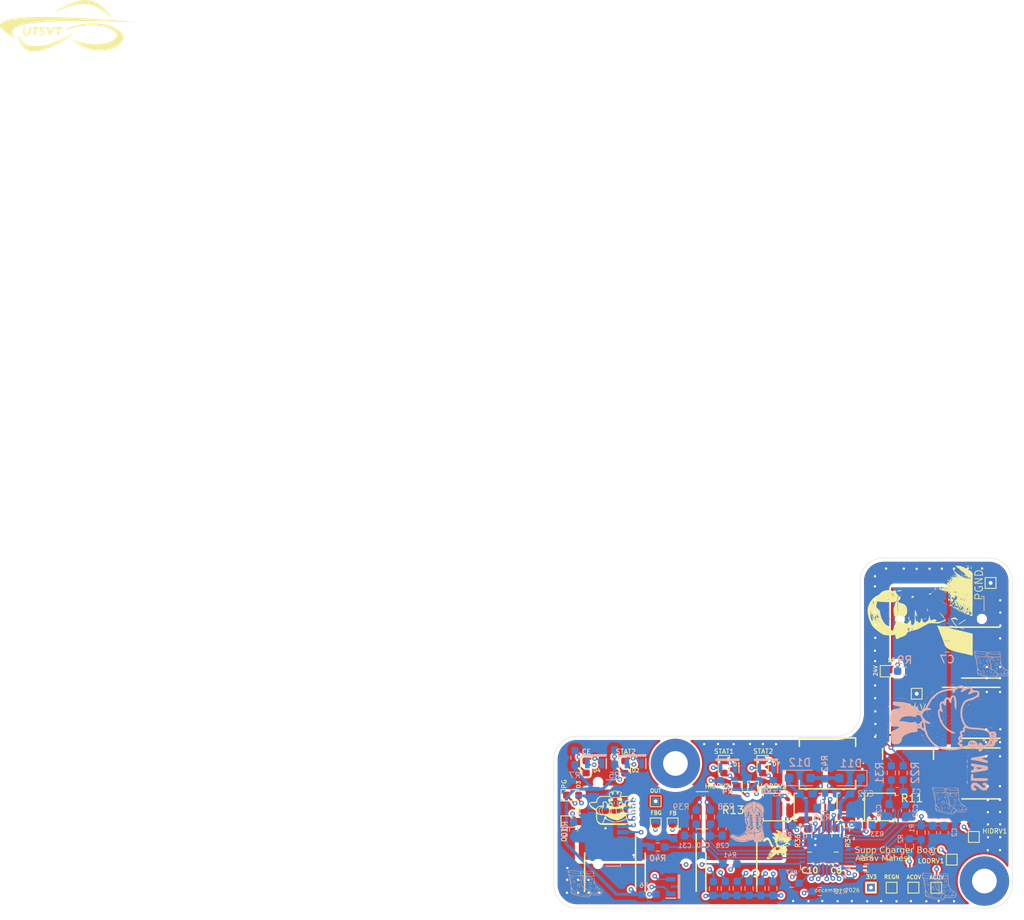
<source format=kicad_pcb>
(kicad_pcb (version 20241229) (generator "pcbnew") (generator_version "9.0")
  (layers (0 "F.Cu" signal) (4 "In1.Cu" signal) (6 "In2.Cu" signal) (2 "B.Cu" signal) (13 "F.Paste" user) (15 "B.Paste" user) (5 "F.SilkS" user "F.Silkscreen") (7 "B.SilkS" user "B.Silkscreen") (1 "F.Mask" user) (3 "B.Mask" user) (25 "Edge.Cuts" user))
  (net 0 "")
  (net 1 "+24V")
  (net 2 "/ACOV")
  (net 3 "/ACUV")
  (net 4 "/Converter/BUCK_IN")
  (net 5 "PGND")
  (net 6 "/ACN")
  (net 7 "/ACP")
  (net 8 "/DRV_SUP")
  (net 9 "/Converter/BOOST_OUT")
  (net 10 "/Converter/BUCK_HIGH")
  (net 11 "/SRP")
  (net 12 "OUT")
  (net 13 "/SRN")
  (net 14 "/BTST1")
  (net 15 "/SW1")
  (net 16 "/BTST2")
  (net 17 "/SW2")
  (net 18 "Net-(D1-A)")
  (net 19 "/STAT1")
  (net 20 "/STAT2")
  (net 21 "Net-(D2-A)")
  (net 22 "/*PG")
  (net 23 "Net-(D4-A)")
  (net 24 "/*CE")
  (net 25 "Net-(D5-A)")
  (net 26 "/*INT")
  (net 27 "Net-(D11-A)")
  (net 28 "/FB")
  (net 29 "/FBG")
  (net 30 "+3V3")
  (net 31 "/SCL")
  (net 32 "/SDA")
  (net 33 "/HIDRV1")
  (net 34 "/HIDRV2")
  (net 35 "/LODRV1")
  (net 36 "/LODRV2")
  (net 37 "/Converter/BUCK_LOW")
  (net 38 "/Converter/BOOST_HIGH")
  (net 39 "/Converter/BOOST_LOW")
  (net 40 "Net-(U1-FSW_SYNC)")
  (net 44 "Net-(U1-ILIM_HIZ)")
  (net 45 "Net-(U1-ICHG)")
  (net 46 "Net-(D1-K)")
  (net 47 "Net-(D2-K)")
  (net 48 "Net-(D4-K)")
  (net 49 "Net-(D3-A)")
  (net 50 "Net-(D3-K)")
  (net 51 "Net-(D6-A)")
  (net 52 "Net-(D7-K)")
  (net 53 "Net-(D7-A)")
  (net 54 "/REGN")
  (footprint "Components:CAPAE660X550N" (layer "F.Cu") (at 94.73 112.14 -90)
    (property "Reference" "C15" (hide yes))
    (property "Value" "56uF" (hide yes))
  )
  (footprint "Components:PU2726FKEP60R002L" (layer "F.Cu") (at 117.62 97.65 -90)
    (property "Reference" "R11")
    (property "Value" "PU2726FKEP60R002L" (hide yes))
  )
  (footprint "Components:MOSFET_3DN-T1-GE3_VIS" (layer "F.Cu") (at 100.646211 104.541564 180)
    (property "Reference" "Q13" (hide yes))
    (property "Value" "NMOS")
  )
  (footprint "TestPoint:TestPoint_Pad_1.0x1.0mm" (layer "F.Cu") (at 115.49 114.98)
    (property "Reference" "OUT3" (hide yes))
    (property "Value" "TestPoint")
  )
  (footprint "LOGO" (layer "F.Cu") (at 99.138456 109.368461)
    (property "Reference" "G***" (hide yes))
    (property "Value" "LOGO" (hide yes))
  )
  (footprint "TestPoint:TestPoint_Pad_1.0x1.0mm" (layer "F.Cu") (at 84.94 106.65)
    (property "Reference" "FBG1" (hide yes))
    (property "Value" "TestPoint")
  )
  (footprint "Resistor_SMD:R_0603_1608Metric_Pad0.98x0.95mm_HandSolder" (layer "F.Cu") (at 108.28 108.1725 -90)
    (property "Reference" "R34")
    (property "Value" "0")
  )
  (footprint "Diode_SMD:D_0603_1608Metric" (layer "F.Cu") (at 75.92 99.34 -90)
    (property "Reference" "D4")
    (property "Value" "LED")
  )
  (footprint "Components:CAPAE660X550N" (layer "F.Cu") (at 126.22 84.53)
    (property "Reference" "C12" (hide yes))
    (property "Value" "56uF" (hide yes))
  )
  (footprint "TestPoint:TestPoint_THTPad_1.0x1.0mm_Drill0.5mm" (layer "F.Cu") (at 112.81 114.97)
    (property "Reference" "OUT4" (hide yes))
    (property "Value" "TestPoint")
  )
  (footprint "Capacitor_SMD:C_0805_2012Metric" (layer "F.Cu") (at 104.86 111.11 180)
    (property "Reference" "C10")
    (property "Value" "4.7uF")
  )
  (footprint "Diode_SMD:D_0603_1608Metric" (layer "F.Cu") (at 93.77 99.3475 -90)
    (property "Reference" "D1")
    (property "Value" "LED")
  )
  (footprint "Components:MOSFET_3DN-T1-GE3_VIS" (layer "F.Cu") (at 104.64119 104.541584 90)
    (property "Reference" "Q14" (hide yes))
    (property "Value" "NMOS")
  )
  (footprint "LOGO" (layer "F.Cu") (at 79.404677 104.67832)
    (property "Reference" "G***" (hide yes))
    (property "Value" "LOGO" (hide yes))
  )
  (footprint "TestPoint:TestPoint_Pad_1.0x1.0mm" (layer "F.Cu") (at 126.14 108.41)
    (property "Reference" "ACOV3" (hide yes))
    (property "Value" "TestPoint")
  )
  (footprint "Capacitor_SMD:C_0805_2012Metric" (layer "F.Cu") (at 108.3 111.11)
    (property "Reference" "C8")
    (property "Value" "4.7uF")
  )
  (footprint "TestPoint:TestPoint_THTPad_1.0x1.0mm_Drill0.5mm" (layer "F.Cu") (at 84.93 103.79)
    (property "Reference" "OUT2" (hide yes))
    (property "Value" "TestPoint")
  )
  (footprint "TestPoint:TestPoint_Pad_1.0x1.0mm" (layer "F.Cu") (at 118.32 114.98)
    (property "Reference" "ACOV2" (hide yes))
    (property "Value" "TestPoint")
  )
  (footprint "UTSVT_Logos:Hallock_Image_Tiny" (layer "F.Cu") (at 119.009857 79.567069 90)
    (property "Reference" "LOGO3" (hide yes))
    (property "Value" "Dr. Hallock" (hide yes))
  )
  (footprint "Components:CAPAE660X550N" (layer "F.Cu") (at 86.875 112.15 -90)
    (property "Reference" "C16" (hide yes))
    (property "Value" "56uF" (hide yes))
  )
  (footprint "TestPoint:TestPoint_THTPad_1.0x1.0mm_Drill0.5mm" (layer "F.Cu") (at 118.74 89.86)
    (property "Reference" "+24V2" (hide yes))
    (property "Value" "TestPoint")
  )
  (footprint "TestPoint:TestPoint_THTPad_1.0x1.0mm_Drill0.5mm" (layer "F.Cu") (at 128.31 75.51 90)
    (property "Reference" "PGND3" (hide yes))
    (property "Value" "TestPoint")
  )
  (footprint "UTSVT_Logos:LHRs_LOGO" (layer "F.Cu") (at 117.699845 107.93961)
    (property "Reference" "LOGO2" (hide yes))
    (property "Value" "Dr. Hallock" (hide yes))
  )
  (footprint "Diode_SMD:D_0603_1608Metric" (layer "F.Cu") (at 74.16 103.01)
    (property "Reference" "D3")
    (property "Value" "LED")
  )
  (footprint "MountingHole:MountingHole_3.2mm_M3_Pad_TopBottom" (layer "F.Cu") (at 87.49 98.89)
    (property "Reference" "H1" (hide yes))
    (property "Value" "MountingHole")
  )
  (footprint "Components:MOSFET_3DN-T1-GE3_VIS" (layer "F.Cu") (at 114.17851 104.521606)
    (property "Reference" "Q11" (hide yes))
    (property "Value" "NMOS")
  )
  (footprint "TestPoint:TestPoint_Pad_1.0x1.0mm" (layer "F.Cu") (at 87.13 106.65)
    (property "Reference" "FB1" (hide yes))
    (property "Value" "TestPoint")
  )
  (footprint "TestPoint:TestPoint_Pad_1.0x1.0mm" (layer "F.Cu") (at 123.28 111.35)
    (property "Reference" "ACOV5" (hide yes))
    (property "Value" "TestPoint")
  )
  (footprint "Components:CAPAE660X550N" (layer "F.Cu") (at 79.03 112.14 -90)
    (property "Reference" "C17" (hide yes))
    (property "Value" "56uF" (hide yes))
  )
  (footprint "Components:CAPAE660X550N" (layer "F.Cu") (at 126.22 92.33)
    (property "Reference" "C13" (hide yes))
    (property "Value" "56uF" (hide yes))
  )
  (footprint "UTSVT_Logos:UTSVT_Logo_Symbol" (layer "F.Cu") (at 8.440108 3.466137)
    (property "Reference" "LOGO1" (hide yes))
    (property "Value" "Dr. Hallock" (hide yes))
  )
  (footprint "Diode_SMD:D_0603_1608Metric" (layer "F.Cu") (at 98.78 99.3475 -90)
    (property "Reference" "D7")
    (property "Value" "LED")
  )
  (footprint "Resistor_SMD:R_1218_3246Metric_Pad1.22x4.75mm_HandSolder" (layer "F.Cu") (at 90.945 104.95 180)
    (property "Reference" "R13")
    (property "Value" "5m")
  )
  (footprint "Components:MOSFET_3DN-T1-GE3_VIS" (layer "F.Cu") (at 110.201232 104.511584 90)
    (property "Reference" "Q12" (hide yes))
    (property "Value" "NMOS")
  )
  (footprint "Diode_SMD:D_0603_1608Metric" (layer "F.Cu") (at 74.1525 106.41)
    (property "Reference" "D6")
    (property "Value" "LED")
  )
  (footprint "TestPoint:TestPoint_Pad_1.0x1.0mm" (layer "F.Cu") (at 97.54 101.9 180)
    (property "Reference" "ACOV6" (hide yes))
    (property "Value" "TestPoint")
  )
  (footprint "Diode_SMD:D_0603_1608Metric" (layer "F.Cu") (at 80.94 99.3575 -90)
    (property "Reference" "D2")
    (property "Value" "LED")
  )
  (footprint "MountingHole:MountingHole_3.2mm_M3_Pad_TopBottom" (layer "F.Cu") (at 127.51 114.12)
    (property "Reference" "H3" (hide yes))
    (property "Value" "MountingHole")
  )
  (footprint "Components:BMRA000606302R2MA1" (layer "F.Cu") (at 107.185 98.88 180)
    (property "Reference" "L4" (hide yes))
    (property "Value" "2.2uH" (hide yes))
  )
  (footprint "Resistor_SMD:R_0603_1608Metric_Pad0.98x0.95mm_HandSolder" (layer "F.Cu") (at 104.63 108.2925 90)
    (property "Reference" "R36")
    (property "Value" "0")
  )
  (footprint "Diode_SMD:D_0603_1608Metric" (layer "F.Cu") (at 115.5025 86.94)
    (property "Reference" "D5")
    (property "Value" "LED")
  )
  (footprint "TestPoint:TestPoint_Pad_1.0x1.0mm" (layer "F.Cu") (at 95.45 101.9)
    (property "Reference" "ACOV4" (hide yes))
    (property "Value" "TestPoint")
  )
  (footprint "TestPoint:TestPoint_Pad_1.0x1.0mm" (layer "F.Cu") (at 121.27 114.99)
    (property "Reference" "ACUV2" (hide yes))
    (property "Value" "TestPoint")
  )
  (footprint "Components:CAPAE660X550N" (layer "F.Cu") (at 126.23 100.18)
    (property "Reference" "C14" (hide yes))
    (property "Value" "56uF" (hide yes))
  )
  (footprint "Components:SOT95P237X112-3N" (layer "B.Cu") (at 77.03 97.85 90)
    (property "Reference" "Q4" (hide yes))
    (property "Value" "NMOS" (hide yes))
  )
  (footprint "Resistor_SMD:R_0603_1608Metric_Pad0.98x0.95mm_HandSolder" (layer "B.Cu") (at 94.5475 111.89)
    (property "Reference" "R41")
    (property "Value" "14.2K" (hide yes))
  )
  (footprint "Resistor_SMD:R_0603_1608Metric_Pad0.98x0.95mm_HandSolder" (layer "B.Cu") (at 106.835 101.795646 90)
    (property "Reference" "R42")
    (property "Value" "0")
  )
  (footprint "Resistor_SMD:R_0603_1608Metric_Pad0.98x0.95mm_HandSolder" (layer "B.Cu") (at 100.11 115.0725 90)
    (property "Reference" "R51" (hide yes))
    (property "Value" "10k")
  )
  (footprint "Capacitor_SMD:C_0603_1608Metric_Pad1.08x0.95mm_HandSolder" (layer "B.Cu") (at 115.15 105.0175 -90)
    (property "Reference" "C26")
    (property "Value" "100nF")
  )
  (footprint "Diode_SMD:D_SOD-123F" (layer "B.Cu") (at 103.5867 100.771731)
    (property "Reference" "D12")
    (property "Value" "Schottky")
  )
  (footprint "Resistor_SMD:R_0603_1608Metric_Pad0.98x0.95mm_HandSolder" (layer "B.Cu") (at 95.49 115.0725 90)
    (property "Reference" "R48" (hide yes))
    (property "Value" "10k")
  )
  (footprint "Resistor_SMD:R_0603_1608Metric_Pad0.98x0.95mm_HandSolder" (layer "B.Cu") (at 84.0675 115.83)
    (property "Reference" "R6")
    (property "Value" "1k")
  )
  (footprint "Resistor_SMD:R_0603_1608Metric_Pad0.98x0.95mm_HandSolder" (layer "B.Cu") (at 117.81 109.5625 -90)
    (property "Reference" "R2")
    (property "Value" "16k")
  )
  (footprint "Resistor_SMD:R_0603_1608Metric_Pad0.98x0.95mm_HandSolder" (layer "B.Cu") (at 74.47 98.1425 90)
    (property "Reference" "R7")
    (property "Value" "1k")
  )
  (footprint "Capacitor_SMD:C_0603_1608Metric_Pad1.08x0.95mm_HandSolder" (layer "B.Cu") (at 116.21101 102.515)
    (property "Reference" "C3")
    (property "Value" "470nF")
  )
  (footprint "Capacitor_SMD:C_0805_2012Metric" (layer "B.Cu") (at 122.69 83.73)
    (property "Reference" "C7")
    (property "Value" "4.7uF")
  )
  (footprint "Capacitor_SMD:C_0603_1608Metric_Pad1.08x0.95mm_HandSolder" (layer "B.Cu") (at 91.0975 108.27)
    (property "Reference" "C30")
    (property "Value" "470nF")
  )
  (footprint "Components:SOT95P237X112-3N" (layer "B.Cu") (at 82.16 97.85 90)
    (property "Reference" "Q2" (hide yes))
    (property "Value" "NMOS" (hide yes))
  )
  (footprint "Resistor_SMD:R_0603_1608Metric_Pad0.98x0.95mm_HandSolder" (layer "B.Cu") (at 112.0675 106.918)
    (property "Reference" "R33")
    (property "Value" "0")
  )
  (footprint "Resistor_SMD:R_0603_1608Metric_Pad0.98x0.95mm_HandSolder" (layer "B.Cu") (at 94.2375 101.125)
    (property "Reference" "R4")
    (property "Value" "1k")
  )
  (footprint "LOGO" (layer "B.Cu") (at 96.82 106.46 180)
    (property "Reference" "G***" (hide yes))
    (property "Value" "LOGO" (hide yes))
  )
  (footprint "Components:VQFN36_RRV_TEX" (layer "B.Cu") (at 106.869811 109.8869 90)
    (property "Reference" "U1" (hide yes))
    (property "Value" "BQ25756ERRVR")
  )
  (footprint "Resistor_SMD:R_0603_1608Metric_Pad0.98x0.95mm_HandSolder" (layer "B.Cu") (at 112.2325 112.43 180)
    (property "Reference" "R29")
    (property "Value" "133k")
  )
  (footprint "Resistor_SMD:R_0603_1608Metric_Pad0.98x0.95mm_HandSolder" (layer "B.Cu") (at 92.03 105.8275 -90)
    (property "Reference" "R38")
    (property "Value" "10")
  )
  (footprint "Resistor_SMD:R_0603_1608Metric_Pad0.98x0.95mm_HandSolder" (layer "B.Cu") (at 116.98 100.0975 -90)
    (property "Reference" "R22")
    (property "Value" "10")
  )
  (footprint "Resistor_SMD:R_0603_1608Metric_Pad0.98x0.95mm_HandSolder" (layer "B.Cu") (at 90.17 105.8375 -90)
    (property "Reference" "R39")
    (property "Value" "10")
  )
  (footprint "Resistor_SMD:R_0603_1608Metric_Pad0.98x0.95mm_HandSolder" (layer "B.Cu") (at 116.31 110.9125 -90)
    (property "Reference" "R3")
    (property "Value" "42.2k")
  )
  (footprint "Components:SOT95P237X112-3N" (layer "B.Cu") (at 87.94 114.84)
    (property "Reference" "Q3" (hide yes))
    (property "Value" "NMOS" (hide yes))
  )
  (footprint "Resistor_SMD:R_0603_1608Metric_Pad0.98x0.95mm_HandSolder" (layer "B.Cu") (at 92.41 115.0825 90)
    (property "Reference" "R45" (hide yes))
    (property "Value" "10k")
  )
  (footprint "Capacitor_SMD:C_0603_1608Metric_Pad1.08x0.95mm_HandSolder" (layer "B.Cu") (at 120.81 107.8375 -90)
    (property "Reference" "C9")
    (property "Value" "100nF")
  )
  (footprint "Resistor_SMD:R_0603_1608Metric_Pad0.98x0.95mm_HandSolder" (layer "B.Cu") (at 117.1775 86.93 180)
    (property "Reference" "R9")
    (property "Value" "1k")
  )
  (footprint "Resistor_SMD:R_0603_1608Metric_Pad0.98x0.95mm_HandSolder" (layer "B.Cu") (at 106.7575 104.588 180)
    (property "Reference" "R30")
    (property "Value" "10")
  )
  (footprint "Resistor_SMD:R_0603_1608Metric_Pad0.98x0.95mm_HandSolder" (layer "B.Cu") (at 85.1975 109.725)
    (property "Reference" "R40")
    (property "Value" "249k")
  )
  (footprint "Components:SOT95P237X112-3N" (layer "B.Cu") (at 99.225 98.425 90)
    (property "Reference" "Q5" (hide yes))
    (property "Value" "NMOS" (hide yes))
  )
  (footprint "LOGO" (layer "B.Cu") (at 122.22 95.416 90)
    (property "Reference" "G***" (hide yes))
    (property "Value" "LOGO" (hide yes))
  )
  (footprint "Resistor_SMD:R_0603_1608Metric_Pad0.98x0.95mm_HandSolder" (layer "B.Cu") (at 93.95 115.0825 90)
    (property "Reference" "R46" (hide yes))
    (property "Value" "10k")
  )
  (footprint "Resistor_SMD:R_0603_1608Metric_Pad0.98x0.95mm_HandSolder" (layer "B.Cu") (at 74.3 107.4275 90)
    (property "Reference" "R10")
    (property "Value" "1k")
  )
  (footprint "Resistor_SMD:R_0603_1608Metric_Pad0.98x0.95mm_HandSolder" (layer "B.Cu") (at 119.31 107.8375 -90)
    (property "Reference" "R1")
    (property "Value" "1000k")
  )
  (footprint "LOGO" (layer "B.Cu") (at 122.81 103.52 180)
    (property "Reference" "G***" (hide yes))
    (property "Value" "LOGO" (hide yes))
  )
  (footprint "LOGO" (layer "B.Cu") (at 128.227328 85.886086 180)
    (property "Reference" "G***" (hide yes))
    (property "Value" "LOGO" (hide yes))
  )
  (footprint "Resistor_SMD:R_0603_1608Metric_Pad0.98x0.95mm_HandSolder" (layer "B.Cu") (at 99.2375 101.125)
    (property "Reference" "R8")
    (property "Value" "1k")
  )
  (footprint "Resistor_SMD:R_0603_1608Metric_Pad0.98x0.95mm_HandSolder" (layer "B.Cu") (at 106.1825 115.47)
    (property "Reference" "R12")
    (property "Value" "7.06k")
  )
  (footprint "Diode_SMD:D_SOD-123F" (layer "B.Cu") (at 110.0933 100.781731 180)
    (property "Reference" "D11")
    (property "Value" "Schottky")
  )
  (footprint "LOGO" (layer "B.Cu") (at 121.467328 114.626086 180)
    (property "Reference" "G***" (hide yes))
    (property "Value" "LOGO" (hide yes))
  )
  (footprint "Capacitor_SMD:C_0603_1608Metric_Pad1.08x0.95mm_HandSolder" (layer "B.Cu") (at 122.31 107.8375 -90)
    (property "Reference" "C2")
    (property "Value" "1uF")
  )
  (footprint "Resistor_SMD:R_0603_1608Metric_Pad0.98x0.95mm_HandSolder" (layer "B.Cu") (at 101.6975 106.948)
    (property "Reference" "R35")
    (property "Value" "0")
  )
  (footprint "Resistor_SMD:R_0603_1608Metric_Pad0.98x0.95mm_HandSolder" (layer "B.Cu") (at 79.6 98.0725 90)
    (property "Reference" "R5")
    (property "Value" "1k")
  )
  (footprint "Capacitor_SMD:C_0603_1608Metric_Pad1.08x0.95mm_HandSolder" (layer "B.Cu") (at 88.66 107.3575 90)
    (property "Reference" "C31")
    (property "Value" "100nF")
  )
  (footprint "Resistor_SMD:R_0603_1608Metric_Pad0.98x0.95mm_HandSolder" (layer "B.Cu") (at 97.03 115.0725 90)
    (property "Reference" "R49" (hide yes))
    (property "Value" "10k")
  )
  (footprint "LOGO" (layer "B.Cu") (at 75.592672 114.286086 180)
    (property "Reference" "G***" (hide yes))
    (property "Value" "LOGO" (hide yes))
  )
  (footprint "Resistor_SMD:R_0603_1608Metric_Pad0.98x0.95mm_HandSolder" (layer "B.Cu") (at 102.5375 114.4 180)
    (property "Reference" "R47")
    (property "Value" "10k")
  )
  (footprint "Capacitor_SMD:C_0603_1608Metric_Pad1.08x0.95mm_HandSolder" (layer "B.Cu") (at 104.406289 102.833146 180)
    (property "Reference" "C33")
    (property "Value" "100nF")
  )
  (footprint "Capacitor_SMD:C_0603_1608Metric_Pad1.08x0.95mm_HandSolder" (layer "B.Cu") (at 109.2675 102.831731)
    (property "Reference" "C32")
    (property "Value" "100nF")
  )
  (footprint "UTSVT_Connectors:524652470" (layer "B.Cu") (at 121.87 78.87)
    (property "Reference" "J1" (hide yes))
    (property "Value" "SLIMSTACK" (hide yes))
  )
  (footprint "Capacitor_SMD:C_0603_1608Metric_Pad1.08x0.95mm_HandSolder" (layer "B.Cu") (at 93.55 107.3875 90)
    (property "Reference" "C28")
    (property "Value" "100nF")
  )
  (footprint "Components:SOT95P237X112-3N" (layer "B.Cu") (at 94.22 98.42 90)
    (property "Reference" "Q1" (hide yes))
    (property "Value" "NMOS" (hide yes))
  )
  (footprint "Resistor_SMD:R_0603_1608Metric_Pad0.98x0.95mm_HandSolder" (layer "B.Cu") (at 115.45 100.1075 -90)
    (property "Reference" "R31")
    (property "Value" "10")
  )
  (footprint "UTSVT_Connectors:524652470" (layer "B.Cu") (at 78.7625 106.6 -90)
    (property "Reference" "J2" (hide yes))
    (property "Value" "SLIMSTACK" (hide yes))
  )
  (footprint "Capacitor_SMD:C_0603_1608Metric_Pad1.08x0.95mm_HandSolder" (layer "B.Cu") (at 117.28351 105.0175 -90)
    (property "Reference" "C22")
    (property "Value" "100nF")
  )
  (footprint "Resistor_SMD:R_0603_1608Metric_Pad0.98x0.95mm_HandSolder" (layer "B.Cu") (at 98.57 115.0725 90)
    (property "Reference" "R50" (hide yes))
    (property "Value" "10k")
  )
  (gr_arc (start 131.12 114.62) (mid 130.24132 116.74132) (end 128.12 117.62) (stroke (width 0.05)) (layer "Edge.Cuts"))
  (gr_arc (start 111.42 92.35) (mid 110.54132 94.47132) (end 108.42 95.35) (stroke (width 0.05)) (layer "Edge.Cuts"))
  (gr_arc (start 128.12 72.27) (mid 130.24132 73.14868) (end 131.12 75.27) (stroke (width 0.05)) (layer "Edge.Cuts"))
  (gr_line (start 108.42 95.35) (end 74.74 95.35) (stroke (width 0.05)) (layer "Edge.Cuts"))
  (gr_arc (start 74.74 117.62) (mid 72.61868 116.74132) (end 71.74 114.62) (stroke (width 0.05)) (layer "Edge.Cuts"))
  (gr_line (start 131.12 114.62) (end 131.12 75.27) (stroke (width 0.05)) (layer "Edge.Cuts"))
  (gr_arc (start 111.42 75.27) (mid 112.29868 73.14868) (end 114.42 72.27) (stroke (width 0.05)) (layer "Edge.Cuts"))
  (gr_line (start 74.74 117.62) (end 128.12 117.62) (stroke (width 0.05)) (layer "Edge.Cuts"))
  (gr_line (start 128.12 72.27) (end 114.42 72.27) (stroke (width 0.05)) (layer "Edge.Cuts"))
  (gr_arc (start 71.74 98.35) (mid 72.61868 96.22868) (end 74.74 95.35) (stroke (width 0.05)) (layer "Edge.Cuts"))
  (gr_line (start 111.42 75.27) (end 111.42 92.35) (stroke (width 0.05)) (layer "Edge.Cuts"))
  (gr_line (start 71.74 98.35) (end 71.74 114.62) (stroke (width 0.05)) (layer "Edge.Cuts"))
  (gr_text "LODRV1" (at 118.84 111.86 0) (layer "F.SilkS") (effects (font (size 0.6 0.6) (thickness 0.1)) (justify left bottom)))
  (gr_text "FBG" (at 84.2 105.59 0) (layer "F.SilkS") (effects (font (size 0.5 0.5) (thickness 0.1)) (justify left bottom)))
  (gr_text "PGND" (at 127.39 77.85 90) (layer "F.SilkS") (effects (font (size 1 1) (thickness 0.1)) (justify left bottom)))
  (gr_text "CE" (at 75.31 97.71 0) (layer "F.SilkS") (effects (font (size 0.6 0.6) (thickness 0.1)) (justify left bottom)))
  (gr_text "december 2026" (at 105.44 115.6 0) (layer "F.SilkS") (effects (font (size 0.5 0.5) (thickness 0.0625) (bold yes)) (justify left bottom)))
  (gr_text "24V" (at 113.71 87.64 90) (layer "F.SilkS") (effects (font (size 0.5 0.5) (thickness 0.1)) (justify left bottom)))
  (gr_text "3V3" (at 112.11 113.87 0) (layer "F.SilkS") (effects (font (size 0.5 0.5) (thickness 0.1)) (justify left bottom)))
  (gr_text "REGN" (at 114.45 113.89 0) (layer "F.SilkS") (effects (font (size 0.5 0.5) (thickness 0.1)) (justify left bottom)))
  (gr_text "STAT1" (at 92.43 97.68 0) (layer "F.SilkS") (effects (font (size 0.6 0.6) (thickness 0.1)) (justify left bottom)))
  (gr_text "HIDRV1" (at 127.18 108.01 0) (layer "F.SilkS") (effects (font (size 0.6 0.6) (thickness 0.1)) (justify left bottom)))
  (gr_text "Aarav Mahesh" (at 110.78 111.64 0) (layer "F.SilkS") (effects (font (size 0.75 0.75) (thickness 0.1)) (justify left bottom)))
  (gr_text "ACOV" (at 117.36 113.91 0) (layer "F.SilkS") (effects (font (size 0.5 0.5) (thickness 0.1)) (justify left bottom)))
  (gr_text "STAT2" (at 79.71 97.71 0) (layer "F.SilkS") (effects (font (size 0.6 0.6) (thickness 0.1)) (justify left bottom)))
  (gr_text "LODRV2" (at 98.43 102.2 0) (layer "F.SilkS") (effects (font (size 0.6 0.6) (thickness 0.1)) (justify left bottom)))
  (gr_text "Supp Charger Board" (at 110.7 110.61 0) (layer "F.SilkS") (effects (font (size 0.8 0.8) (thickness 0.1)) (justify left bottom)))
  (gr_text "OUT" (at 73.41 109.11 90) (layer "F.SilkS") (effects (font (size 0.6 0.6) (thickness 0.1)) (justify left bottom)))
  (gr_text "ACUV" (at 120.32 113.93 0) (layer "F.SilkS") (effects (font (size 0.5 0.5) (thickness 0.1)) (justify left bottom)))
  (gr_text "OUT" (at 84.14 102.72 0) (layer "F.SilkS") (effects (font (size 0.5 0.5) (thickness 0.1)) (justify left bottom)))
  (gr_text "FB" (at 86.64 105.63 0) (layer "F.SilkS") (effects (font (size 0.5 0.5) (thickness 0.1)) (justify left bottom)))
  (gr_text "STAT2" (at 97.5 97.66 0) (layer "F.SilkS") (effects (font (size 0.6 0.6) (thickness 0.1)) (justify left bottom)))
  (gr_text "24V" (at 117.13 92.3 0) (layer "F.SilkS") (effects (font (size 1 1) (thickness 0.1)) (justify left bottom)))
  (gr_text "PG" (at 73.43 102.22 90) (layer "F.SilkS") (effects (font (size 0.6 0.6) (thickness 0.1)) (justify left bottom)))
  (gr_text "HIDRV2" (at 91.23 102.19 0) (layer "F.SilkS") (effects (font (size 0.6 0.6) (thickness 0.1)) (justify left bottom)))
  (segment (start 118.57 95.2) (end 114.42 95.2) (width 0.25) (layer "F.Cu") (net 1))
  (segment (start 114.42 95.87) (end 114.42 95.2) (width 0.2) (layer "F.Cu") (net 1))
  (segment (start 114.42 95.2) (end 114.42 96.03) (width 0.25) (layer "F.Cu") (net 1))
  (segment (start 115.4 96.85) (end 114.42 95.87) (width 0.2) (layer "F.Cu") (net 1))
  (via (at 119.35 105.75) (size 0.6) (drill 0.3) (layers "F.Cu" "B.Cu") (net 1))
  (via (at 115.4 96.85) (size 0.6) (drill 0.3) (layers "F.Cu" "B.Cu") (net 1))
  (segment (start 119.31 106.925) (end 119.31 105.79) (width 0.25) (layer "B.Cu") (net 1))
  (segment (start 116.98 99.185) (end 116.98 98.43) (width 0.2) (layer "B.Cu") (net 1))
  (segment (start 109.816211 109.93) (end 109.816211 110.136963) (width 0.25) (layer "B.Cu") (net 1))
  (segment (start 109.816211 110.136963) (end 110.023037 110.136963) (width 0.25) (layer "B.Cu") (net 1))
  (segment (start 119.31 106.925) (end 122.26 106.925) (width 0.25) (layer "B.Cu") (net 1))
  (segment (start 119.31 106.925) (end 119.14 106.755) (width 0.5) (layer "B.Cu") (net 1))
  (segment (start 114.17 109.94) (end 109.826211 109.94) (width 0.25) (layer "B.Cu") (net 1))
  (segment (start 119.31 105.79) (end 119.35 105.75) (width 0.25) (layer "B.Cu") (net 1))
  (segment (start 122.26 106.925) (end 122.31 106.975) (width 0.25) (layer "B.Cu") (net 1))
  (segment (start 116.98 98.43) (end 115.4 96.85) (width 0.2) (layer "B.Cu") (net 1))
  (segment (start 109.826211 109.94) (end 109.816211 109.93) (width 0.25) (layer "B.Cu") (net 1))
  (segment (start 109.816211 109.636837) (end 109.916837 109.636837) (width 0.25) (layer "B.Cu") (net 1))
  (segment (start 109.816211 109.636837) (end 109.816211 109.93) (width 0.25) (layer "B.Cu") (net 1))
  (segment (start 119.31 106.925) (end 117.185 106.925) (width 0.25) (layer "B.Cu") (net 1))
  (segment (start 117.185 106.925) (end 114.17 109.94) (width 0.25) (layer "B.Cu") (net 1))
  (segment (start 117.86 114.52) (end 118.32 114.98) (width 0.2) (layer "F.Cu") (net 2))
  (segment (start 117.86 113.65) (end 117.86 112.69) (width 0.2) (layer "F.Cu") (net 2))
  (segment (start 117.86 111.63) (end 117.81 111.58) (width 0.2) (layer "F.Cu") (net 2))
  (segment (start 117.86 112.69) (end 117.86 111.63) (width 0.2) (layer "F.Cu") (net 2))
  (segment (start 117.87 113.66) (end 117.86 113.65) (width 0.2) (layer "F.Cu") (net 2))
  (segment (start 117.86 112.69) (end 117.86 114.52) (width 0.2) (layer "F.Cu") (net 2))
  (via (at 117.81 111.58) (size 0.6) (drill 0.3) (layers "F.Cu" "B.Cu") (net 2))
  (segment (start 115.535 110) (end 116.31 110) (width 0.25) (layer "B.Cu") (net 2))
  (segment (start 114.397785 111.137215) (end 109.816211 111.137215) (width 0.25) (layer "B.Cu") (net 2))
  (segment (start 115.535 110) (end 114.397785 111.137215) (width 0.25) (layer "B.Cu") (net 2))
  (segment (start 117.81 110.475) (end 117.81 111.58) (width 0.25) (layer "B.Cu") (net 2))
  (segment (start 116.31 110) (end 117.335 110) (width 0.25) (layer "B.Cu") (net 2))
  (segment (start 117.335 110) (end 117.81 110.475) (width 0.25) (layer "B.Cu") (net 2))
  (segment (start 121.42 113.87) (end 121.32 113.77) (width 0.2) (layer "F.Cu") (net 3))
  (segment (start 121.32 113.77) (end 121.32 112.59) (width 0.2) (layer "F.Cu") (net 3))
  (segment (start 121.32 112.59) (end 121.32 114.85) (width 0.2) (layer "F.Cu") (net 3))
  (segment (start 121.32 114.85) (end 121.27 114.9) (width 0.2) (layer "F.Cu") (net 3))
  (via (at 121.32 112.59) (size 0.6) (drill 0.3) (layers "F.Cu" "B.Cu") (net 3))
  (segment (start 116.15 108.65) (end 117.81 108.65) (width 0.25) (layer "B.Cu") (net 3))
  (segment (start 116.11 108.65) (end 116.15 108.65) (width 0.25) (layer "B.Cu") (net 3))
  (segment (start 119.31 109.84) (end 121.32 111.85) (width 0.25) (layer "B.Cu") (net 3))
  (segment (start 121.32 111.85) (end 121.32 112.59) (width 0.25) (layer "B.Cu") (net 3))
  (segment (start 119.21 108.65) (end 119.31 108.75) (width 0.25) (layer "B.Cu") (net 3))
  (segment (start 114.162911 110.637089) (end 109.816211 110.637089) (width 0.25) (layer "B.Cu") (net 3))
  (segment (start 116.15 108.65) (end 114.162911 110.637089) (width 0.25) (layer "B.Cu") (net 3))
  (segment (start 117.81 108.65) (end 119.21 108.65) (width 0.25) (layer "B.Cu") (net 3))
  (segment (start 117.91 108.75) (end 117.81 108.65) (width 0.35) (layer "B.Cu") (net 3))
  (segment (start 119.31 108.75) (end 119.31 109.84) (width 0.25) (layer "B.Cu") (net 3))
  (segment (start 114.42 98.45) (end 114.42 100.1) (width 0.2) (layer "F.Cu") (net 4))
  (segment (start 114.92 97.95) (end 114.42 98.45) (width 0.2) (layer "F.Cu") (net 4))
  (segment (start 114.42 98.79) (end 114.42 100.1) (width 0.25) (layer "F.Cu") (net 4))
  (segment (start 118.57 100.1) (end 114.42 100.1) (width 0.25) (layer "F.Cu") (net 4))
  (via (at 114.92 97.95) (size 0.6) (drill 0.3) (layers "F.Cu" "B.Cu") (net 4))
  (segment (start 115.46 98.5) (end 114.92 97.96) (width 0.2) (layer "B.Cu") (net 4))
  (segment (start 115.45 99.195) (end 115.45 98.51) (width 0.2) (layer "B.Cu") (net 4))
  (segment (start 114.92 97.96) (end 114.92 97.95) (width 0.2) (layer "B.Cu") (net 4))
  (segment (start 115.45 98.51) (end 115.46 98.5) (width 0.2) (layer "B.Cu") (net 4))
  (segment (start 104.966183 105.976585) (end 103.666211 105.976585) (width 0.4) (layer "F.Cu") (net 5))
  (segment (start 110.526225 105.946585) (end 109.226253 105.946585) (width 0.4) (layer "F.Cu") (net 5))
  (via (at 100.51 96.39) (size 0.6) (drill 0.3) (layers "F.Cu" "B.Cu") (net 5))
  (via (at 112.33 116.74) (size 0.6) (drill 0.3) (layers "F.Cu" "B.Cu") (net 5))
  (via (at 91.21 96.39) (size 0.6) (drill 0.3) (layers "F.Cu" "B.Cu") (net 5))
  (via (at 113.36 95.44) (size 0.6) (drill 0.3) (layers "F.Cu" "B.Cu") (net 5))
  (via (at 108.5 116.73) (size 0.6) (drill 0.3) (layers "F.Cu" "B.Cu") (net 5))
  (via (at 76.27 115.64) (size 0.6) (drill 0.3) (layers "F.Cu" "B.Cu") (net 5))
  (via (at 114.14 116.72) (size 0.6) (drill 0.3) (layers "F.Cu" "B.Cu") (net 5))
  (via (at 113.34 77.64) (size 0.6) (drill 0.3) (layers "F.Cu" "B.Cu") (net 5))
  (via (at 113.36 88.79) (size 0.6) (drill 0.3) (layers "F.Cu" "B.Cu") (net 5))
  (via (at 119.99 116.74) (size 0.6) (drill 0.3) (layers "F.Cu" "B.Cu") (net 5))
  (via (at 113.34 84.29) (size 0.6) (drill 0.3) (layers "F.Cu" "B.Cu") (net 5))
  (via (at 129.56 108.44) (size 0.6) (drill 0.3) (layers "F.Cu" "B.Cu") (net 5))
  (via (at 120.41 73.67) (size 0.6) (drill 0.3) (layers "F.Cu" "B.Cu") (net 5))
  (via (at 116.13 116.74) (size 0.6) (drill 0.3) (layers "F.Cu" "B.Cu") (net 5))
  (via (at 129.54 89.63) (size 0.6) (drill 0.3) (layers "F.Cu" "B.Cu") (net 5))
  (via (at 113.37 82.62) (size 0.6) (drill 0.3) (layers "F.Cu" "B.Cu") (net 5))
  (via (at 113.39 93.77) (size 0.6) (drill 0.3) (layers "F.Cu" "B.Cu") (net 5))
  (via (at 127.97 106.79) (size 0.6) (drill 0.3) (layers "F.Cu" "B.Cu") (net 5))
  (via (at 104.72 116.73) (size 0.6) (drill 0.3) (layers "F.Cu" "B.Cu") (net 5))
  (via (at 127.94 101.85) (size 0.6) (drill 0.3) (layers "F.Cu" "B.Cu") (net 5))
  (via (at 129.55 106.77) (size 0.6) (drill 0.3) (layers "F.Cu" "B.Cu") (net 5))
  (via (at 127.81 87.85) (size 0.6) (drill 0.3) (layers "F.Cu" "B.Cu") (net 5))
  (via (at 73.49 112.43) (size 0.6) (drill 0.3) (layers "F.Cu" "B.Cu") (net 5))
  (via (at 129.53 87.85) (size 0.6) (drill 0.3) (layers "F.Cu" "B.Cu") (net 5))
  (via (at 118 116.72) (size 0.6) (drill 0.3) (layers "F.Cu" "B.Cu") (net 5))
  (via (at 113.35 79.28) (size 0.6) (drill 0.3) (layers "F.Cu" "B.Cu") (net 5))
  (via (at 127.82 89.63) (size 0.6) (drill 0.3) (layers "F.Cu" "B.Cu") (net 5))
  (via (at 129.54 105.18) (size 0.6) (drill 0.3) (layers "F.Cu" "B.Cu") (net 5))
  (via (at 98.82 96.37) (size 0.6) (drill 0.3) (layers "F.Cu" "B.Cu") (net 5))
  (via (at 95.03 96.39) (size 0.6) (drill 0.3) (layers "F.Cu" "B.Cu") (net 5))
  (via (at 114.78 73.65) (size 0.6) (drill 0.3) (layers "F.Cu" "B.Cu") (net 5))
  (via (at 127.82 86.39) (size 0.6) (drill 0.3) (layers "F.Cu" "B.Cu") (net 5))
  (via (at 129.58 81.02) (size 0.6) (drill 0.3) (layers "F.Cu" "B.Cu") (net 5))
  (via (at 125.35 73.64) (size 0.6) (drill 0.3) (layers "F.Cu" "B.Cu") (net 5))
  (via (at 127.72 97.98) (size 0.6) (drill 0.3) (layers "F.Cu" "B.Cu") (net 5))
  (via (at 129.53 103.61) (size 0.6) (drill 0.3) (layers "F.Cu" "B.Cu") (net 5))
  (via (at 102.73 116.71) (size 0.6) (drill 0.3) (layers "F.Cu" "B.Cu") (net 5))
  (via (at 106.51 116.71) (size 0.6) (drill 0.3) (layers "F.Cu" "B.Cu") (net 5))
  (via (at 110.34 116.72) (size 0.6) (drill 0.3) (layers "F.Cu" "B.Cu") (net 5))
  (via (at 105.607599 109.463) (size 0.6) (drill 0.3) (layers "F.Cu" "B.Cu") (net 5))
  (via (at 129.57 79.35) (size 0.6) (drill 0.3) (layers "F.Cu" "B.Cu") (net 5))
  (via (at 127.96 105.2) (size 0.6) (drill 0.3) (layers "F.Cu" "B.Cu") (net 5))
  (via (at 127.21 73.64) (size 0.6) (drill 0.3) (layers "F.Cu" "B.Cu") (net 5))
  (via (at 73.44 115.64) (size 0.6) (drill 0.3) (layers "F.Cu" "B.Cu") (net 5))
  (via (at 127.75 94.48) (size 0.6) (drill 0.3) (layers "F.Cu" "B.Cu") (net 5))
  (via (at 122 73.66) (size 0.6) (drill 0.3) (layers "F.Cu" "B.Cu") (net 5))
  (via (at 74.89 113.96) (size 0.6) (drill 0.3) (layers "F.Cu" "B.Cu") (net 5))
  (via (at 97.15 96.37) (size 0.6) (drill 0.3) (layers "F.Cu" "B.Cu") (net 5))
  (via (at 121.59 116.72) (size 0.6) (drill 0.3) (layers "F.Cu" "B.Cu") (net 5))
  (via (at 73.47 113.96) (size 0.6) (drill 0.3) (layers "F.Cu" "B.Cu") (net 5))
  (via (at 129.57 94.46) (size 0.6) (drill 0.3) (layers "F.Cu" "B.Cu") (net 5))
  (via (at 113.36 80.99) (size 0.6) (drill 0.3) (layers "F.Cu" "B.Cu") (net 5))
  (via (at 113.33 74.64) (size 0.6) (drill 0.3) (layers "F.Cu" "B.Cu") (net 5))
  (via (at 93 96.37) (size 0.6) (drill 0.3) (layers "F.Cu" "B.Cu") (net 5))
  (via (at 129.54 96.13) (size 0.6) (drill 0.3) (layers "F.Cu" "B.Cu") (net 5))
  (via (at 129.55 82.69) (size 0.6) (drill 0.3) (layers "F.Cu" "B.Cu") (net 5))
  (via (at 113.33 75.96) (size 0.6) (drill 0.3) (layers "F.Cu" "B.Cu") (net 5))
  (via (at 129.53 110.11) (size 0.6) (drill 0.3) (layers "F.Cu" "B.Cu") (net 5))
  (via (at 129.56 77.76) (size 0.6) (drill 0.3) (layers "F.Cu" "B.Cu") (net 5))
  (via (at 105.626456 108.643544) (size 0.6) (drill 0.3) (layers "F.Cu" "B.Cu") (net 5))
  (via (at 77.64 115.63) (size 0.6) (drill 0.3) (layers "F.Cu" "B.Cu") (net 5))
  (via (at 123.58 116.74) (size 0.6) (drill 0.3) (layers "F.Cu" "B.Cu") (net 5))
  (via (at 113.37 90.43) (size 0.6) (drill 0.3) (layers "F.Cu" "B.Cu") (net 5))
  (via (at 127.98 108.46) (size 0.6) (drill 0.3) (layers "F.Cu" "B.Cu") (net 5))
  (via (at 76.23 113.97) (size 0.6) (drill 0.3) (layers "F.Cu" "B.Cu") (net 5))
  (via (at 118.74 73.68) (size 0.6) (drill 0.3) (layers "F.Cu" "B.Cu") (net 5))
  (via (at 117.07 73.65) (size 0.6) (drill 0.3) (layers "F.Cu" "B.Cu") (net 5))
  (via (at 129.54 97.96) (size 0.6) (drill 0.3) (layers "F.Cu" "B.Cu") (net 5))
  (via (at 129.52 101.83) (size 0.6) (drill 0.3) (layers "F.Cu" "B.Cu") (net 5))
  (via (at 123.57 73.65) (size 0.6) (drill 0.3) (layers "F.Cu" "B.Cu") (net 5))
  (via (at 127.72 96.15) (size 0.6) (drill 0.3) (layers "F.Cu" "B.Cu") (net 5))
  (via (at 113.38 92.14) (size 0.6) (drill 0.3) (layers "F.Cu" "B.Cu") (net 5))
  (via (at 127.95 110.13) (size 0.6) (drill 0.3) (layers "F.Cu" "B.Cu") (net 5))
  (via (at 113.35 85.63) (size 0.6) (drill 0.3) (layers "F.Cu" "B.Cu") (net 5))
  (via (at 129.54 86.39) (size 0.6) (drill 0.3) (layers "F.Cu" "B.Cu") (net 5))
  (via (at 74.89 115.64) (size 0.6) (drill 0.3) (layers "F.Cu" "B.Cu") (net 5))
  (via (at 127.95 103.63) (size 0.6) (drill 0.3) (layers "F.Cu" "B.Cu") (net 5))
  (segment (start 106.869811 109.8869) (end 107.766711 108.99) (width 0.25) (layer "B.Cu") (net 5))
  (segment (start 106.031499 109.8869) (end 105.607599 109.463) (width 0.25) (layer "B.Cu") (net 5))
  (segment (start 107.766711 108.99) (end 108.28 108.99) (width 0.25) (layer "B.Cu") (net 5))
  (segment (start 105.619496 112.338) (end 105.619496 111.137215) (width 0.25) (layer "B.Cu") (net 5))
  (segment (start 105.781456 108.798544) (end 105.626456 108.643544) (width 0.25) (layer "B.Cu") (net 5))
  (segment (start 106.119622 109.136711) (end 106.869811 109.8869) (width 0.25) (layer "B.Cu") (net 5))
  (segment (start 105.626456 108.643544) (end 105.57237 108.589459) (width 0.25) (layer "B.Cu") (net 5))
  (segment (start 106.869811 109.8869) (end 108.506082 109.8869) (width 0.25) (layer "B.Cu") (net 5))
  (segment (start 108.506082 109.8869) (end 108.57361 109.954428) (width 0.25) (layer "B.Cu") (net 5))
  (segment (start 105.57237 108.589459) (end 103.970537 108.589459) (width 0.25) (layer "B.Cu") (net 5))
  (segment (start 106.119622 107.4358) (end 106.119622 109.136711) (width 0.25) (layer "B.Cu") (net 5))
  (segment (start 106.869811 109.8869) (end 106.031499 109.8869) (width 0.25) (layer "B.Cu") (net 5))
  (segment (start 105.619496 111.137215) (end 106.869811 109.8869) (width 0.25) (layer "B.Cu") (net 5))
  (segment (start 105.781456 108.798544) (end 106.869811 109.8869) (width 0.25) (layer "B.Cu") (net 5))
  (segment (start 103.970537 108.589459) (end 103.923411 108.636585) (width 0.25) (layer "B.Cu") (net 5))
  (segment (start 115.15 104.155) (end 115.926 104.931) (width 0.2) (layer "B.Cu") (net 6))
  (segment (start 115.926 104.931) (end 115.926 106.514) (width 0.2) (layer "B.Cu") (net 6))
  (segment (start 115.45 101.02) (end 115.45 102.41351) (width 0.2) (layer "B.Cu") (net 6))
  (segment (start 115.34851 103.95649) (end 115.15 104.155) (width 0.2) (layer "B.Cu") (net 6))
  (segment (start 115.34851 102.515) (end 115.34851 103.95649) (width 0.2) (layer "B.Cu") (net 6))
  (segment (start 109.816211 108.136459) (end 109.849752 108.17) (width 0.25) (layer "B.Cu") (net 6))
  (segment (start 110.649127 108.296001) (end 110.489585 108.136459) (width 0.2) (layer "B.Cu") (net 6))
  (segment (start 115.926 106.514) (end 114.143999 108.296001) (width 0.2) (layer "B.Cu") (net 6))
  (segment (start 115.45 102.41351) (end 115.34851 102.515) (width 0.2) (layer "B.Cu") (net 6))
  (segment (start 110.489585 108.136459) (end 109.816211 108.136459) (width 0.2) (layer "B.Cu") (net 6))
  (segment (start 114.143999 108.296001) (end 110.649127 108.296001) (width 0.2) (layer "B.Cu") (net 6))
  (segment (start 117.28351 104.155) (end 116.327 105.11151) (width 0.2) (layer "B.Cu") (net 7))
  (segment (start 114.45 108.746) (end 110.532026 108.746) (width 0.2) (layer "B.Cu") (net 7))
  (segment (start 110.422611 108.636585) (end 109.816211 108.636585) (width 0.2) (layer "B.Cu") (net 7))
  (segment (start 117.07351 102.515) (end 117.07351 103.945) (width 0.2) (layer "B.Cu") (net 7))
  (segment (start 110.342331 108.636585) (end 109.816211 108.636585) (width 0.25) (layer "B.Cu") (net 7))
  (segment (start 116.327 105.11151) (end 116.327 106.869) (width 0.2) (layer "B.Cu") (net 7))
  (segment (start 117.07351 103.945) (end 117.28351 104.155) (width 0.2) (layer "B.Cu") (net 7))
  (segment (start 116.327 106.869) (end 114.45 108.746) (width 0.2) (layer "B.Cu") (net 7))
  (segment (start 116.98 101.01) (end 116.98 102.42149) (width 0.2) (layer "B.Cu") (net 7))
  (segment (start 110.532026 108.746) (end 110.422611 108.636585) (width 0.2) (layer "B.Cu") (net 7))
  (segment (start 116.98 102.42149) (end 117.07351 102.515) (width 0.2) (layer "B.Cu") (net 7))
  (segment (start 106.36 110.148) (end 105.82 110.688) (width 0.25) (layer "F.Cu") (net 8))
  (segment (start 106.36 108.06) (end 106.36 110.148) (width 0.25) (layer "F.Cu") (net 8))
  (segment (start 106.898 107.522) (end 106.36 108.06) (width 0.25) (layer "F.Cu") (net 8))
  (segment (start 106.56 103.778) (end 106.898 104.116) (width 0.25) (layer "F.Cu") (net 8))
  (segment (start 106.898 104.116) (end 106.898 107.522) (width 0.25) (layer "F.Cu") (net 8))
  (via (at 106.56 103.778) (size 0.6) (drill 0.3) (layers "F.Cu" "B.Cu") (net 8))
  (segment (start 106.508789 103.034357) (end 106.835 102.708146) (width 0.25) (layer "B.Cu") (net 8))
  (segment (start 106.508789 103.924211) (end 105.845 104.588) (width 0.25) (layer "B.Cu") (net 8))
  (segment (start 105.845 104.943) (end 105.845 104.588) (width 0.25) (layer "B.Cu") (net 8))
  (segment (start 106.619748 107.4358) (end 106.619748 105.717748) (width 0.25) (layer "B.Cu") (net 8))
  (segment (start 106.835 103.503) (end 106.56 103.778) (width 0.25) (layer "B.Cu") (net 8))
  (segment (start 106.619748 105.717748) (end 105.845 104.943) (width 0.25) (layer "B.Cu") (net 8))
  (segment (start 106.508789 103.924211) (end 106.508789 103.829211) (width 0.25) (layer "B.Cu") (net 8))
  (segment (start 106.508789 103.829211) (end 106.56 103.778) (width 0.25) (layer "B.Cu") (net 8))
  (segment (start 106.835 102.708146) (end 106.835 103.503) (width 0.25) (layer "B.Cu") (net 8))
  (segment (start 91.58 103.92) (end 91.58 104.11) (width 0.25) (layer "F.Cu") (net 9))
  (segment (start 91.58 104.11) (end 92.42 104.95) (width 0.25) (layer "F.Cu") (net 9))
  (via (at 91.58 103.92) (size 0.6) (drill 0.3) (layers "F.Cu" "B.Cu") (net 9))
  (segment (start 92.03 104.37) (end 91.58 103.92) (width 0.25) (layer "B.Cu") (net 9))
  (segment (start 92.03 104.915) (end 92.03 104.37) (width 0.25) (layer "B.Cu") (net 9))
  (segment (start 113.284924 106.038) (end 112.743509 105.496585) (width 0.5) (layer "F.Cu") (net 10))
  (segment (start 113.3 106.038) (end 113.284924 106.038) (width 0.5) (layer "F.Cu") (net 10))
  (via (at 113.3 106.038) (size 0.6) (drill 0.3) (layers "F.Cu" "B.Cu") (net 10))
  (segment (start 112.98 106.358) (end 113.3 106.038) (width 0.5) (layer "B.Cu") (net 10))
  (segment (start 113.1772 106.7208) (end 112.98 106.918) (width 0.5) (layer "B.Cu") (net 10))
  (segment (start 112.98 106.918) (end 112.98 106.358) (width 0.5) (layer "B.Cu") (net 10))
  (segment (start 93.126189 110.209089) (end 91.96 109.0429) (width 0.2) (layer "B.Cu") (net 11))
  (segment (start 103.851285 110.209089) (end 93.126189 110.209089) (width 0.2) (layer "B.Cu") (net 11))
  (segment (start 103.923411 110.136963) (end 103.851285 110.209089) (width 0.2) (layer "B.Cu") (net 11))
  (segment (start 93.53 108.27) (end 93.55 108.25) (width 0.2) (layer "B.Cu") (net 11))
  (segment (start 91.96 108.27) (end 93.53 108.27) (width 0.2) (layer "B.Cu") (net 11))
  (segment (start 92.03 108.2) (end 91.96 108.27) (width 0.2) (layer "B.Cu") (net 11))
  (segment (start 91.96 109.0429) (end 91.96 108.27) (width 0.2) (layer "B.Cu") (net 11))
  (segment (start 92.03 106.74) (end 92.03 108.2) (width 0.2) (layer "B.Cu") (net 11))
  (segment (start 90.61 103.91) (end 90.51 103.91) (width 0.25) (layer "F.Cu") (net 12))
  (segment (start 90.51 103.91) (end 89.47 104.95) (width 0.25) (layer "F.Cu") (net 12))
  (via (at 90.61 103.91) (size 0.6) (drill 0.3) (layers "F.Cu" "B.Cu") (net 12))
  (via (at 82.07 110.76) (size 0.6) (drill 0.3) (layers "F.Cu" "B.Cu") (net 12))
  (via (at 78.43 107.29) (size 0.6) (drill 0.3) (layers "F.Cu" "B.Cu") (net 12))
  (via (at 78.43 105.96) (size 0.6) (drill 0.3) (layers "F.Cu" "B.Cu") (net 12))
  (segment (start 90.205 104.89) (end 90.17 104.925) (width 0.25) (layer "B.Cu") (net 12))
  (segment (start 80.6625 109.4) (end 83.96 109.4) (width 0.5) (layer "B.Cu") (net 12))
  (segment (start 90.17 104.925) (end 90.17 104.35) (width 0.25) (layer "B.Cu") (net 12))
  (segment (start 83.96 109.4) (end 84.285 109.725) (width 0.5) (layer "B.Cu") (net 12))
  (segment (start 90.17 104.35) (end 90.61 103.91) (width 0.25) (layer "B.Cu") (net 12))
  (segment (start 90.17 106.75) (end 90.17 108.205) (width 0.2) (layer "B.Cu") (net 13))
  (segment (start 92.987089 110.637089) (end 90.62 108.27) (width 0.2) (layer "B.Cu") (net 13))
  (segment (start 103.923411 110.637089) (end 92.987089 110.637089) (width 0.2) (layer "B.Cu") (net 13))
  (segment (start 88.71 108.27) (end 88.66 108.22) (width 0.2) (layer "B.Cu") (net 13))
  (segment (start 90.235 108.27) (end 88.71 108.27) (width 0.2) (layer "B.Cu") (net 13))
  (segment (start 90.62 108.27) (end 90.235 108.27) (width 0.2) (layer "B.Cu") (net 13))
  (segment (start 111.4933 100.781731) (end 111.4933 101.468431) (width 0.4) (layer "B.Cu") (net 14))
  (segment (start 108.838789 103.953146) (end 109.960204 102.831731) (width 0.5) (layer "B.Cu") (net 14))
  (segment (start 109.960204 102.831731) (end 110.13 102.831731) (width 0.25) (layer "B.Cu") (net 14))
  (segment (start 108.838789 105.426789) (end 108.87 105.458) (width 0.5) (layer "B.Cu") (net 14))
  (segment (start 111.4933 101.468431) (end 110.13 102.831731) (width 0.4) (layer "B.Cu") (net 14))
  (segment (start 108.838789 103.953146) (end 108.838789 105.426789) (width 0.5) (layer "B.Cu") (net 14))
  (segment (start 108.120126 106.661631) (end 108.87 105.911757) (width 0.25) (layer "B.Cu") (net 14))
  (segment (start 108.87 105.911757) (end 108.87 105.458) (width 0.25) (layer "B.Cu") (net 14))
  (segment (start 108.120126 107.4358) (end 108.120126 106.661631) (width 0.25) (layer "B.Cu") (net 14))
  (segment (start 111.675191 99.615313) (end 111.016463 98.956585) (width 0.5) (layer "F.Cu") (net 15))
  (segment (start 110.21 98.88) (end 110.21 98.990547) (width 0.5) (layer "F.Cu") (net 15))
  (segment (start 112.015285 99.935911) (end 112.015285 107.489708) (width 0.5) (layer "F.Cu") (net 15))
  (segment (start 111.694687 99.615313) (end 112.015285 99.935911) (width 0.5) (layer "F.Cu") (net 15))
  (segment (start 110.21 98.990547) (end 107.404902 101.795645) (width 0.5) (layer "F.Cu") (net 15))
  (segment (start 111.694687 99.615313) (end 111.675191 99.615313) (width 0.5) (layer "F.Cu") (net 15))
  (segment (start 112.015285 107.489708) (end 112.220578 107.695001) (width 0.5) (layer "F.Cu") (net 15))
  (via (at 107.404902 101.795645) (size 0.6) (drill 0.3) (layers "F.Cu" "B.Cu") (net 15))
  (via (at 112.220578 107.695001) (size 0.6) (drill 0.3) (layers "F.Cu" "B.Cu") (net 15))
  (via (at 111.694687 99.615313) (size 0.6) (drill 0.3) (layers "F.Cu" "B.Cu") (net 15))
  (segment (start 108.405 102.795743) (end 108.405 102.831731) (width 0.5) (layer "B.Cu") (net 15))
  (segment (start 111.889894 107.695001) (end 111.864895 107.72) (width 0.25) (layer "B.Cu") (net 15))
  (segment (start 110.38181 107.4358) (end 109.120378 107.4358) (width 0.25) (layer "B.Cu") (net 15))
  (segment (start 112.220578 107.695001) (end 111.889894 107.695001) (width 0.25) (layer "B.Cu") (net 15))
  (segment (start 111.864895 107.72) (end 110.65 107.72) (width 0.25) (layer "B.Cu") (net 15))
  (segment (start 110.64 107.69399) (end 110.38181 107.4358) (width 0.25) (layer "B.Cu") (net 15))
  (segment (start 110.65 107.72) (end 110.64 107.71) (width 0.25) (layer "B.Cu") (net 15))
  (segment (start 110.64 107.71) (end 110.64 107.69399) (width 0.25) (layer "B.Cu") (net 15))
  (segment (start 107.404902 101.795645) (end 108.405 102.795743) (width 0.5) (layer "B.Cu") (net 15))
  (segment (start 105.11937 107.4358) (end 105.047244 107.363674) (width 0.2) (layer "B.Cu") (net 16))
  (segment (start 105.047244 106.897244) (end 104.45 106.3) (width 0.2) (layer "B.Cu") (net 16))
  (segment (start 102.1867 101.476057) (end 103.543789 102.833146) (width 0.4) (layer "B.Cu") (net 16))
  (segment (start 104.45 103.72) (end 104.45 106.3) (width 0.5) (layer "B.Cu") (net 16))
  (segment (start 102.1867 100.771731) (end 102.1867 101.476057) (width 0.4) (layer "B.Cu") (net 16))
  (segment (start 103.543789 102.833146) (end 103.563146 102.833146) (width 0.5) (layer "B.Cu") (net 16))
  (segment (start 103.563146 102.833146) (end 104.45 103.72) (width 0.5) (layer "B.Cu") (net 16))
  (segment (start 105.047244 107.363674) (end 105.047244 106.897244) (width 0.2) (layer "B.Cu") (net 16))
  (segment (start 104.16 99.690549) (end 106.265098 101.795647) (width 0.5) (layer "F.Cu") (net 17))
  (segment (start 104.32 99.05) (end 104.32 103.748764) (width 0.5) (layer "F.Cu") (net 17))
  (segment (start 104.16 98.88) (end 104.16 99.690549) (width 0.5) (layer "F.Cu") (net 17))
  (segment (start 103.496463 98.956585) (end 103.476211 98.976837) (width 0.5) (layer "F.Cu") (net 17))
  (segment (start 104.925411 98.956585) (end 103.496463 98.956585) (width 0.5) (layer "F.Cu") (net 17))
  (segment (start 104.32 103.748764) (end 102.01169 106.057074) (width 0.5) (layer "F.Cu") (net 17))
  (via (at 102.01169 106.057074) (size 0.6) (drill 0.3) (layers "F.Cu" "B.Cu") (net 17))
  (via (at 106.265098 101.795647) (size 0.6) (drill 0.3) (layers "F.Cu" "B.Cu") (net 17))
  (segment (start 102.507469 108.136459) (end 101.7965 107.42549) (width 0.25) (layer "B.Cu") (net 17))
  (segment (start 101.7965 107.42549) (end 101.7965 106.272264) (width 0.25) (layer "B.Cu") (net 17))
  (segment (start 101.7965 106.272264) (end 102.01169 106.057074) (width 0.25) (layer "B.Cu") (net 17))
  (segment (start 103.923411 108.136459) (end 102.507469 108.136459) (width 0.25) (layer "B.Cu") (net 17))
  (segment (start 105.268789 102.791956) (end 105.268789 102.833146) (width 0.5) (layer "B.Cu") (net 17))
  (segment (start 106.265098 101.795647) (end 105.268789 102.791956) (width 0.5) (layer "B.Cu") (net 17))
  (segment (start 94.553035 100.481697) (end 94.116697 100.481697) (width 0.25) (layer "F.Cu") (net 18))
  (segment (start 94.116697 100.481697) (end 93.77 100.135) (width 0.25) (layer "F.Cu") (net 18))
  (via (at 94.553035 100.481697) (size 0.6) (drill 0.3) (layers "F.Cu" "B.Cu") (net 18))
  (segment (start 95.15 101.125) (end 95.15 101.078662) (width 0.25) (layer "B.Cu") (net 18))
  (segment (start 95.15 101.078662) (end 94.553035 100.481697) (width 0.25) (layer "B.Cu") (net 18))
  (via (at 82.074065 105.209911) (size 0.6) (drill 0.3) (layers "F.Cu" "B.Cu") (net 19))
  (via (at 107.889977 113.776696) (size 0.6) (drill 0.3) (layers "F.Cu" "B.Cu") (net 19))
  (via (at 96.635 113.095) (size 0.6) (drill 0.3) (layers "F.Cu" "B.Cu") (net 19))
  (via (at 92.39 99.46) (size 0.6) (drill 0.3) (layers "F.Cu" "B.Cu") (net 19))
  (segment (start 95.57 114.16) (end 96.635 113.095) (width 0.25) (layer "B.Cu") (net 19))
  (segment (start 92.4 99.47) (end 92.39 99.46) (width 0.25) (layer "B.Cu") (net 19))
  (segment (start 95.49 114.16) (end 95.57 114.16) (width 0.25) (layer "B.Cu") (net 19))
  (segment (start 81.883976 105.4) (end 82.074065 105.209911) (width 0.25) (layer "B.Cu") (net 19))
  (segment (start 93.27 99.47) (end 92.4 99.47) (width 0.25) (layer "B.Cu") (net 19))
  (segment (start 107.62 113.508133) (end 107.62 112.338) (width 0.25) (layer "B.Cu") (net 19))
  (segment (start 80.6625 105.4) (end 81.883976 105.4) (width 0.25) (layer "B.Cu") (net 19))
  (via (at 82.06889 104.409925) (size 0.6) (drill 0.3) (layers "F.Cu" "B.Cu") (net 20))
  (via (at 97.84 113.09) (size 0.6) (drill 0.3) (layers "F.Cu" "B.Cu") (net 20))
  (via (at 107.092319 113.843064) (size 0.6) (drill 0.3) (layers "F.Cu" "B.Cu") (net 20))
  (via (at 82.12 99.01) (size 0.6) (drill 0.3) (layers "F.Cu" "B.Cu") (net 20))
  (segment (start 107.092319 113.843064) (end 107.092463 113.843064) (width 0.25) (layer "B.Cu") (net 20))
  (segment (start 81.32 99.01) (end 81.21 98.9) (width 0.2) (layer "B.Cu") (net 20))
  (segment (start 107.119874 113.815653) (end 107.119874 112.338) (width 0.25) (layer "B.Cu") (net 20))
  (segment (start 81.878815 104.6) (end 82.06889 104.409925) (width 0.25) (layer "B.Cu") (net 20))
  (segment (start 80.6625 104.6) (end 81.878815 104.6) (width 0.25) (layer "B.Cu") (net 20))
  (segment (start 97.03 114.16) (end 97.03 113.9) (width 0.25) (layer "B.Cu") (net 20))
  (segment (start 97.03 113.9) (end 97.84 113.09) (width 0.25) (layer "B.Cu") (net 20))
  (segment (start 107.092463 113.843064) (end 107.119874 113.815653) (width 0.25) (layer "B.Cu") (net 20))
  (segment (start 82.12 99.01) (end 81.32 99.01) (width 0.2) (layer "B.Cu") (net 20))
  (segment (start 80.94 100.145) (end 79.590322 98.795322) (width 0.25) (layer "F.Cu") (net 21))
  (segment (start 79.590322 98.795322) (end 79.590322 97.9975) (width 0.25) (layer "F.Cu") (net 21))
  (via (at 79.590322 97.9975) (size 0.6) (drill 0.3) (layers "F.Cu" "B.Cu") (net 21))
  (segment (start 79.590322 97.169678) (end 79.6 97.16) (width 0.25) (layer "B.Cu") (net 21))
  (segment (start 79.590322 97.9975) (end 79.590322 97.169678) (width 0.25) (layer "B.Cu") (net 21))
  (via (at 105.984819 113.849065) (size 0.6) (drill 0.3) (layers "F.Cu" "B.Cu") (net 22))
  (via (at 99.17 113.16) (size 0.6) (drill 0.3) (layers "F.Cu" "B.Cu") (net 22))
  (via (at 84.800523 113.489001) (size 0.6) (drill 0.3) (layers "F.Cu" "B.Cu") (net 22))
  (segment (start 85.201522 113.89) (end 86.89 113.89) (width 0.2) (layer "B.Cu") (net 22))
  (segment (start 106.619748 113.214136) (end 105.984819 113.849065) (width 0.2) (layer "B.Cu") (net 22))
  (segment (start 84.800523 113.489001) (end 85.201522 113.89) (width 0.2) (layer "B.Cu") (net 22))
  (segment (start 98.57 113.76) (end 99.17 113.16) (width 0.25) (layer "B.Cu") (net 22))
  (segment (start 98.57 114.16) (end 98.57 113.76) (width 0.25) (layer "B.Cu") (net 22))
  (segment (start 106.619748 112.338) (end 106.619748 113.214136) (width 0.2) (layer "B.Cu") (net 22))
  (segment (start 75.92 100.1275) (end 75.004632 99.212132) (width 0.25) (layer "F.Cu") (net 23))
  (segment (start 75.004632 99.212132) (end 75.004632 98.036887) (width 0.25) (layer "F.Cu") (net 23))
  (via (at 75.004632 98.036887) (size 0.6) (drill 0.3) (layers "F.Cu" "B.Cu") (net 23))
  (segment (start 75.004632 98.036887) (end 75.004632 97.704632) (width 0.25) (layer "B.Cu") (net 23))
  (segment (start 75.004632 97.704632) (end 74.47 97.17) (width 0.25) (layer "B.Cu") (net 23))
  (via (at 100.16 113.18) (size 0.6) (drill 0.3) (layers "F.Cu" "B.Cu") (net 24))
  (via (at 76.97 99.06) (size 0.6) (drill 0.3) (layers "F.Cu" "B.Cu") (net 24))
  (via (at 82.08 103.61) (size 0.6) (drill 0.3) (layers "F.Cu" "B.Cu") (net 24))
  (via (at 105.110587 113.830587) (size 0.6) (drill 0.3) (layers "F.Cu" "B.Cu") (net 24))
  (segment (start 81.89 103.8) (end 82.08 103.61) (width 0.2) (layer "B.Cu") (net 24))
  (segment (start 105.504413 113.445587) (end 106.119622 112.830378) (width 0.25) (layer "B.Cu") (net 24))
  (segment (start 76.24 99.06) (end 76.08 98.9) (width 0.2) (layer "B.Cu") (net 24))
  (segment (start 105.110587 113.830587) (end 105.495587 113.445587) (width 0.25) (layer "B.Cu") (net 24))
  (segment (start 100.11 114.16) (end 100.11 113.23) (width 0.25) (layer "B.Cu") (net 24))
  (segment (start 80.6625 103.8) (end 81.89 103.8) (width 0.2) (layer "B.Cu") (net 24))
  (segment (start 100.11 113.23) (end 100.16 113.18) (width 0.25) (layer "B.Cu") (net 24))
  (segment (start 105.495587 113.445587) (end 105.504413 113.445587) (width 0.25) (layer "B.Cu") (net 24))
  (segment (start 76.97 99.06) (end 76.24 99.06) (width 0.2) (layer "B.Cu") (net 24))
  (segment (start 106.119622 112.830378) (end 106.119622 112.338) (width 0.25) (layer "B.Cu") (net 24))
  (segment (start 116.27 86.1) (end 116.27 86.92) (width 0.2) (layer "F.Cu") (net 25))
  (segment (start 116.27 86.92) (end 116.29 86.94) (width 0.2) (layer "F.Cu") (net 25))
  (via (at 116.27 86.1) (size 0.6) (drill 0.3) (layers "F.Cu" "B.Cu") (net 25))
  (segment (start 116.265 86.93) (end 116.265 86.105) (width 0.2) (layer "B.Cu") (net 25))
  (segment (start 116.265 86.105) (end 116.27 86.1) (width 0.2) (layer "B.Cu") (net 25))
  (via (at 108.68793 113.837242) (size 0.6) (drill 0.3) (layers "F.Cu" "B.Cu") (net 26))
  (via (at 97.36 99.5) (size 0.6) (drill 0.3) (layers "F.Cu" "B.Cu") (net 26))
  (via (at 82.113159 106.008958) (size 0.6) (drill 0.3) (layers "F.Cu" "B.Cu") (net 26))
  (segment (start 98.275 99.475) (end 97.385 99.475) (width 0.25) (layer "B.Cu") (net 26))
  (segment (start 108.120126 113.122961) (end 108.68793 113.690765) (width 0.25) (layer "B.Cu") (net 26))
  (segment (start 108.120126 112.338) (end 108.120126 113.122961) (width 0.25) (layer "B.Cu") (net 26))
  (segment (start 108.68793 113.690765) (end 108.68793 113.837242) (width 0.25) (layer "B.Cu") (net 26))
  (segment (start 97.385 99.475) (end 97.36 99.5) (width 0.25) (layer "B.Cu") (net 26))
  (segment (start 81.922117 106.2) (end 82.113159 106.008958) (width 0.25) (layer "B.Cu") (net 26))
  (segment (start 80.6625 106.2) (end 81.922117 106.2) (width 0.25) (layer "B.Cu") (net 26))
  (segment (start 107.05 100.781731) (end 106.835 100.996731) (width 0.5) (layer "B.Cu") (net 27))
  (segment (start 105.225 100.771731) (end 106.61 100.771731) (width 0.5) (layer "B.Cu") (net 27))
  (segment (start 108.455 100.781731) (end 107.05 100.781731) (width 0.5) (layer "B.Cu") (net 27))
  (segment (start 106.61 100.771731) (end 106.835 100.996731) (width 0.5) (layer "B.Cu") (net 27))
  (segment (start 87.1 107.45) (end 87.1 106.68) (width 0.2) (layer "F.Cu") (net 28))
  (segment (start 87.1 106.68) (end 87.13 106.65) (width 0.2) (layer "F.Cu") (net 28))
  (via (at 90.92 111.985) (size 0.6) (drill 0.3) (layers "F.Cu" "B.Cu") (net 28))
  (via (at 87.1 107.45) (size 0.6) (drill 0.3) (layers "F.Cu" "B.Cu") (net 28))
  (segment (start 93.635 111.887454) (end 93.635 111.89) (width 0.25) (layer "B.Cu") (net 28))
  (segment (start 103.900196 111.114) (end 94.411 111.114) (width 0.2) (layer "B.Cu") (net 28))
  (segment (start 91.472546 109.725) (end 93.635 111.887454) (width 0.25) (layer "B.Cu") (net 28))
  (segment (start 86.11 109.725) (end 91.472546 109.725) (width 0.25) (layer "B.Cu") (net 28))
  (segment (start 103.923411 111.137215) (end 103.900196 111.114) (width 0.2) (layer "B.Cu") (net 28))
  (segment (start 94.411 111.114) (end 93.635 111.89) (width 0.2) (layer "B.Cu") (net 28))
  (segment (start 93.635 111.89) (end 91.015 111.89) (width 0.2) (layer "B.Cu") (net 28))
  (segment (start 91.015 111.89) (end 90.92 111.985) (width 0.2) (layer "B.Cu") (net 28))
  (segment (start 84.89 107.44) (end 84.89 106.7) (width 0.25) (layer "F.Cu") (net 29))
  (segment (start 84.89 106.7) (end 84.94 106.65) (width 0.25) (layer "F.Cu") (net 29))
  (via (at 94.639882 112.615) (size 0.6) (drill 0.3) (layers "F.Cu" "B.Cu") (net 29))
  (via (at 84.89 107.44) (size 0.6) (drill 0.3) (layers "F.Cu" "B.Cu") (net 29))
  (via (at 88.87 111.985) (size 0.6) (drill 0.3) (layers "F.Cu" "B.Cu") (net 29))
  (segment (start 95.364882 111.89) (end 94.639882 112.615) (width 0.25) (layer "B.Cu") (net 29))
  (segment (start 95.46 111.89) (end 95.364882 111.89) (width 0.25) (layer "B.Cu") (net 29))
  (segment (start 103.670752 111.89) (end 103.923411 111.637341) (width 0.2) (layer "B.Cu") (net 29))
  (segment (start 95.46 111.89) (end 103.670752 111.89) (width 0.25) (layer "B.Cu") (net 29))
  (via (at 80.274265 100.955735) (size 0.6) (drill 0.3) (layers "F.Cu" "B.Cu") (net 30))
  (via (at 101.17 115.99) (size 0.6) (drill 0.3) (layers "F.Cu" "B.Cu") (net 30))
  (via (at 91.4 116.065) (size 0.6) (drill 0.3) (layers "F.Cu" "B.Cu") (net 30))
  (via (at 92.08 101.11) (size 0.6) (drill 0.3) (layers "F.Cu" "B.Cu") (net 30))
  (via (at 81.738058 115.221942) (size 0.6) (drill 0.3) (layers "F.Cu" "B.Cu") (net 30))
  (segment (start 76.8625 102.2) (end 76.58 102.2) (width 0.2) (layer "B.Cu") (net 30))
  (segment (start 94.46 102.26) (end 97.19 102.26) (width 0.4) (layer "B.Cu") (net 30))
  (segment (start 92.42 115.985) (end 92.41 115.995) (width 0.4) (layer "B.Cu") (net 30))
  (segment (start 101.165 115.985) (end 101.17 115.99) (width 0.4) (layer "B.Cu") (net 30))
  (segment (start 92.095 101.125) (end 92.08 101.11) (width 0.4) (layer "B.Cu") (net 30))
  (segment (start 83.155 115.83) (end 82.346116 115.83) (width 0.4) (layer "B.Cu") (net 30))
  (segment (start 74.44 102.2) (end 76.8625 102.2) (width 0.4) (layer "B.Cu") (net 30))
  (segment (start 73.37 109.3345) (end 73.37 103.27) (width 0.4) (layer "B.Cu") (net 30))
  (segment (start 79.6 98.985) (end 79.6 100.68) (width 0.4) (layer "B.Cu") (net 30))
  (segment (start 79.6 100.68) (end 78.08 102.2) (width 0.4) (layer "B.Cu") (net 30))
  (segment (start 93.325 101.125) (end 94.46 102.26) (width 0.4) (layer "B.Cu") (net 30))
  (segment (start 74.47 99.8075) (end 76.8625 102.2) (width 0.4) (layer "B.Cu") (net 30))
  (segment (start 91.47 115.995) (end 91.4 116.065) (width 0.4) (layer "B.Cu") (net 30))
  (segment (start 83.155 115.83) (end 79.8655 115.83) (width 0.4) (layer "B.Cu") (net 30))
  (segment (start 78.08 102.2) (end 76.8625 102.2) (width 0.4) (layer "B.Cu") (net 30))
  (segment (start 93.325 101.125) (end 92.095 101.125) (width 0.4) (layer "B.Cu") (net 30))
  (segment (start 79.8655 115.83) (end 73.37 109.3345) (width 0.4) (layer "B.Cu") (net 30))
  (segment (start 74.47 99.055) (end 74.47 99.8075) (width 0.4) (layer "B.Cu") (net 30))
  (segment (start 79.6 100.28147) (end 80.274265 100.955735) (width 0.4) (layer "B.Cu") (net 30))
  (segment (start 100.11 115.985) (end 101.165 115.985) (width 0.4) (layer "B.Cu") (net 30))
  (segment (start 73.37 103.27) (end 74.44 102.2) (width 0.4) (layer "B.Cu") (net 30))
  (segment (start 82.346116 115.83) (end 81.738058 115.221942) (width 0.4) (layer "B.Cu") (net 30))
  (segment (start 100.11 115.985) (end 92.42 115.985) (width 0.4) (layer "B.Cu") (net 30))
  (segment (start 97.19 102.26) (end 98.325 101.125) (width 0.4) (layer "B.Cu") (net 30))
  (segment (start 79.6 98.985) (end 79.6 100.28147) (width 0.4) (layer "B.Cu") (net 30))
  (segment (start 92.41 115.995) (end 91.47 115.995) (width 0.4) (layer "B.Cu") (net 30))
  (via (at 82.07 106.85) (size 0.6) (drill 0.3) (layers "F.Cu" "B.Cu") (net 31))
  (via (at 93.339461 113.018183) (size 0.6) (drill 0.3) (layers "F.Cu" "B.Cu") (net 31))
  (via (at 109.95 113.1) (size 0.6) (drill 0.3) (layers "F.Cu" "B.Cu") (net 31))
  (segment (start 109.940933 112.979799) (end 109.940933 113.090933) (width 0.25) (layer "B.Cu") (net 31))
  (segment (start 93.309998 113.047646) (end 93.309998 113.21) (width 0.25) (layer "B.Cu") (net 31))
  (segment (start 109.120378 112.338) (end 109.299134 112.338) (width 0.25) (layer "B.Cu") (net 31))
  (segment (start 93.309998 113.21) (end 93.95 113.850002) (width 0.25) (layer "B.Cu") (net 31))
  (segment (start 80.6625 107) (end 81.92 107) (width 0.25) (layer "B.Cu") (net 31))
  (segment (start 81.92 107) (end 82.07 106.85) (width 0.25) (layer "B.Cu") (net 31))
  (segment (start 93.95 113.850002) (end 93.95 114.17) (width 0.25) (layer "B.Cu") (net 31))
  (segment (start 93.339461 113.018183) (end 93.309998 113.047646) (width 0.25) (layer "B.Cu") (net 31))
  (segment (start 109.940933 113.090933) (end 109.95 113.1) (width 0.25) (layer "B.Cu") (net 31))
  (segment (start 109.299134 112.338) (end 109.940933 112.979799) (width 0.25) (layer "B.Cu") (net 31))
  (via (at 83.04 107.8) (size 0.6) (drill 0.3) (layers "F.Cu" "B.Cu") (net 32))
  (via (at 91.920002 112.61) (size 0.6) (drill 0.3) (layers "F.Cu" "B.Cu") (net 32))
  (via (at 110.719299 113.319495) (size 0.6) (drill 0.3) (layers "F.Cu" "B.Cu") (net 32))
  (segment (start 110.719299 113.319495) (end 110.719299 113.550701) (width 0.25) (layer "B.Cu") (net 32))
  (segment (start 92.370002 113.06) (end 92.38 113.06) (width 0.25) (layer "B.Cu") (net 32))
  (segment (start 83.04 107.8) (end 80.6625 107.8) (width 0.25) (layer "B.Cu") (net 32))
  (segment (start 110.543735 113.726265) (end 109.462251 113.726265) (width 0.25) (layer "B.Cu") (net 32))
  (segment (start 92.41 113.09) (end 92.41 114.17) (width 0.25) (layer "B.Cu") (net 32))
  (segment (start 91.920002 112.61) (end 92.370002 113.06) (width 0.25) (layer "B.Cu") (net 32))
  (segment (start 92.38 113.06) (end 92.41 113.09) (width 0.25) (layer "B.Cu") (net 32))
  (segment (start 110.719299 113.550701) (end 110.543735 113.726265) (width 0.25) (layer "B.Cu") (net 32))
  (segment (start 108.620252 112.884266) (end 108.620252 112.338) (width 0.25) (layer "B.Cu") (net 32))
  (segment (start 109.462251 113.726265) (end 108.620252 112.884266) (width 0.25) (layer "B.Cu") (net 32))
  (segment (start 124.86 107.13) (end 126.14 108.41) (width 0.25) (layer "F.Cu") (net 33))
  (segment (start 124.86 107.11) (end 124.86 107.13) (width 0.25) (layer "F.Cu") (net 33))
  (via (at 124.86 107.11) (size 0.6) (drill 0.3) (layers "F.Cu" "B.Cu") (net 33))
  (via (at 110.31 106.8108) (size 0.6) (drill 0.3) (layers "F.Cu" "B.Cu") (net 33))
  (segment (start 110.755 106.518) (end 111.155 106.918) (width 0.25) (layer "B.Cu") (net 33))
  (segment (start 111.155 106.918) (end 110.4172 106.918) (width 0.25) (layer "B.Cu") (net 33))
  (segment (start 108.620252 106.799315) (end 108.901567 106.518) (width 0.25) (layer "B.Cu") (net 33))
  (segment (start 110.4172 106.918) (end 110.31 106.8108) (width 0.25) (layer "B.Cu") (net 33))
  (segment (start 108.620252 107.4358) (end 108.620252 106.799315) (width 0.25) (layer "B.Cu") (net 33))
  (segment (start 108.901567 106.518) (end 110.755 106.518) (width 0.25) (layer "B.Cu") (net 33))
  (segment (start 96.79 102.96) (end 96.51 102.96) (width 0.25) (layer "F.Cu") (net 34))
  (segment (start 96.79 102.96) (end 96.79 102.9) (width 0.25) (layer "F.Cu") (net 34))
  (segment (start 96.51 102.96) (end 95.45 101.9) (width 0.25) (layer "F.Cu") (net 34))
  (via (at 103.21 107.511459) (size 0.6) (drill 0.3) (layers "F.Cu" "B.Cu") (net 34))
  (via (at 96.79 102.96) (size 0.6) (drill 0.3) (layers "F.Cu" "B.Cu") (net 34))
  (segment (start 102.61 106.948) (end 102.646541 106.948) (width 0.25) (layer "B.Cu") (net 34))
  (segment (start 102.646541 106.948) (end 103.21 107.511459) (width 0.25) (layer "B.Cu") (net 34))
  (segment (start 104.131444 106.948) (end 104.619244 107.4358) (width 0.25) (layer "B.Cu") (net 34))
  (segment (start 102.61 106.948) (end 104.131444 106.948) (width 0.25) (layer "B.Cu") (net 34))
  (segment (start 108 105.598) (end 108 106.863) (width 0.25) (layer "F.Cu") (net 35))
  (segment (start 121.91 110.04) (end 121.97 110.04) (width 0.25) (layer "F.Cu") (net 35))
  (segment (start 121.97 110.04) (end 123.28 111.35) (width 0.25) (layer "F.Cu") (net 35))
  (segment (start 108 106.863) (end 108.28 107.143) (width 0.25) (layer "F.Cu") (net 35))
  (via (at 121.91 110.04) (size 0.6) (drill 0.3) (layers "F.Cu" "B.Cu") (net 35))
  (via (at 108 105.598) (size 0.6) (drill 0.3) (layers "F.Cu" "B.Cu") (net 35))
  (segment (start 107.651541 106.276459) (end 108 105.928) (width 0.25) (layer "B.Cu") (net 35))
  (segment (start 107.62 106.276459) (end 107.62 107.4358) (width 0.25) (layer "B.Cu") (net 35))
  (segment (start 107.62 106.276459) (end 107.651541 106.276459) (width 0.25) (layer "B.Cu") (net 35))
  (segment (start 108 105.598) (end 108 105.928) (width 0.25) (layer "B.Cu") (net 35))
  (segment (start 105.086835 106.696165) (end 104.63 107.153) (width 0.25) (layer "F.Cu") (net 36))
  (segment (start 97.99211 102.35211) (end 97.54 101.9) (width 0.25) (layer "F.Cu") (net 36))
  (segment (start 105.619497 106.696165) (end 105.086835 106.696165) (width 0.25) (layer "F.Cu") (net 36))
  (segment (start 97.99211 102.81789) (end 97.99211 102.35211) (width 0.25) (layer "F.Cu") (net 36))
  (segment (start 105.623178 106.692484) (end 105.619497 106.696165) (width 0.25) (layer "F.Cu") (net 36))
  (via (at 97.99211 102.81789) (size 0.6) (drill 0.3) (layers "F.Cu" "B.Cu") (net 36))
  (via (at 105.623178 106.692484) (size 0.6) (drill 0.3) (layers "F.Cu" "B.Cu") (net 36))
  (segment (start 105.623178 106.692484) (end 105.619496 106.696166) (width 0.25) (layer "B.Cu") (net 36))
  (segment (start 105.619496 106.696166) (end 105.619496 107.4358) (width 0.25) (layer "B.Cu") (net 36))
  (segment (start 108.626 106.2135) (end 108.742 106.3295) (width 0.25) (layer "F.Cu") (net 37))
  (segment (start 109.081 108.167) (end 108.28 108.968) (width 0.25) (layer "F.Cu") (net 37))
  (segment (start 108.626 105.526538) (end 108.626 106.2135) (width 0.25) (layer "F.Cu") (net 37))
  (segment (start 109.081 106.65301) (end 109.081 108.167) (width 0.25) (layer "F.Cu") (net 37))
  (segment (start 111.004625 105.404685) (end 108.747853 105.404685) (width 0.25) (layer "F.Cu") (net 37))
  (segment (start 111.176211 105.946585) (end 111.176211 105.576271) (width 0.25) (layer "F.Cu") (net 37))
  (segment (start 108.742 106.3295) (end 108.75749 106.3295) (width 0.25) (layer "F.Cu") (net 37))
  (segment (start 108.75749 106.3295) (end 109.081 106.65301) (width 0.25) (layer "F.Cu") (net 37))
  (segment (start 108.747853 105.404685) (end 108.626 105.526538) (width 0.25) (layer "F.Cu") (net 37))
  (segment (start 111.176211 105.576271) (end 111.004625 105.404685) (width 0.25) (layer "F.Cu") (net 37))
  (segment (start 101.627314 103.112686) (end 102.081212 103.566585) (width 0.5) (layer "F.Cu") (net 38))
  (via (at 101.627314 103.112686) (size 0.6) (drill 0.3) (layers "F.Cu" "B.Cu") (net 38))
  (segment (start 101.189491 103.112686) (end 100.785 103.517177) (width 0.5) (layer "B.Cu") (net 38))
  (segment (start 100.785 103.517177) (end 100.785 106.948) (width 0.5) (layer "B.Cu") (net 38))
  (segment (start 101.627314 103.112686) (end 101.189491 103.112686) (width 0.5) (layer "B.Cu") (net 38))
  (segment (start 104.63 108.67099) (end 104.63 109.205) (width 0.25) (layer "F.Cu") (net 39))
  (segment (start 105.616169 105.976585) (end 106.018569 105.976585) (width 0.25) (layer "F.Cu") (net 39))
  (segment (start 106.447 106.85399) (end 104.63 108.67099) (width 0.25) (layer "F.Cu") (net 39))
  (segment (start 106.447 106.405016) (end 106.447 106.85399) (width 0.25) (layer "F.Cu") (net 39))
  (segment (start 106.018569 105.976585) (end 106.447 106.405016) (width 0.25) (layer "F.Cu") (net 39))
  (segment (start 110.527341 111.637341) (end 111.32 112.43) (width 0.25) (layer "B.Cu") (net 40))
  (segment (start 109.816211 111.637341) (end 110.527341 111.637341) (width 0.25) (layer "B.Cu") (net 40))
  (via (at 102.62 113.59) (size 0.6) (drill 0.3) (layers "F.Cu" "B.Cu") (net 44))
  (via (at 104.16 115.67) (size 0.6) (drill 0.3) (layers "F.Cu" "B.Cu") (net 44))
  (segment (start 104.022 112.338) (end 103.535 112.825) (width 0.2) (layer "B.Cu") (net 44))
  (segment (start 103.535 112.825) (end 103.45 112.91) (width 0.2) (layer "B.Cu") (net 44))
  (segment (start 104.36 115.47) (end 104.16 115.67) (width 0.25) (layer "B.Cu") (net 44))
  (segment (start 102.77 113.59) (end 102.62 113.59) (width 0.2) (layer "B.Cu") (net 44))
  (segment (start 105.27 115.47) (end 104.36 115.47) (width 0.25) (layer "B.Cu") (net 44))
  (segment (start 103.535 112.825) (end 102.77 113.59) (width 0.2) (layer "B.Cu") (net 44))
  (segment (start 104.619244 112.338) (end 104.022 112.338) (width 0.2) (layer "B.Cu") (net 44))
  (segment (start 105.11937 112.338) (end 105.11937 112.973274) (width 0.2) (layer "B.Cu") (net 45))
  (segment (start 105.11937 112.973274) (end 103.692644 114.4) (width 0.2) (layer "B.Cu") (net 45))
  (segment (start 103.692644 114.4) (end 103.45 114.4) (width 0.2) (layer "B.Cu") (net 45))
  (segment (start 94.07 98.86) (end 93.77 98.56) (width 0.25) (layer "F.Cu") (net 46))
  (segment (start 94.56 98.86) (end 94.07 98.86) (width 0.25) (layer "F.Cu") (net 46))
  (via (at 94.56 98.86) (size 0.6) (drill 0.3) (layers "F.Cu" "B.Cu") (net 46))
  (segment (start 95.17 99.47) (end 94.56 98.86) (width 0.25) (layer "B.Cu") (net 46))
  (segment (start 81.291945 98.218055) (end 80.94 98.57) (width 0.25) (layer "F.Cu") (net 47))
  (segment (start 82.006746 98.218055) (end 81.291945 98.218055) (width 0.25) (layer "F.Cu") (net 47))
  (via (at 82.006746 98.218055) (size 0.6) (drill 0.3) (layers "F.Cu" "B.Cu") (net 47))
  (segment (start 83.11 98.9) (end 82.428055 98.218055) (width 0.25) (layer "B.Cu") (net 47))
  (segment (start 82.428055 98.218055) (end 82.006746 98.218055) (width 0.25) (layer "B.Cu") (net 47))
  (segment (start 77.028029 98.262104) (end 76.210396 98.262104) (width 0.25) (layer "F.Cu") (net 48))
  (segment (start 76.210396 98.262104) (end 75.92 98.5525) (width 0.25) (layer "F.Cu") (net 48))
  (via (at 77.028029 98.262104) (size 0.6) (drill 0.3) (layers "F.Cu" "B.Cu") (net 48))
  (segment (start 77.98 98.9) (end 77.342104 98.262104) (width 0.25) (layer "B.Cu") (net 48))
  (segment (start 77.342104 98.262104) (end 77.028029 98.262104) (width 0.25) (layer "B.Cu") (net 48))
  (segment (start 75.32 104.01) (end 74.95 103.64) (width 0.25) (layer "F.Cu") (net 49))
  (segment (start 74.95 103.0125) (end 74.9475 103.01) (width 0.25) (layer "F.Cu") (net 49))
  (segment (start 74.95 103.64) (end 74.95 103.0125) (width 0.25) (layer "F.Cu") (net 49))
  (via (at 84.1425 115.836019) (size 0.6) (drill 0.3) (layers "F.Cu" "B.Cu") (net 49))
  (via (at 75.32 104.01) (size 0.6) (drill 0.3) (layers "F.Cu" "B.Cu") (net 49))
  (segment (start 84.148519 115.83) (end 84.1425 115.836019) (width 0.25) (layer "B.Cu") (net 49))
  (segment (start 84.98 115.83) (end 84.148519 115.83) (width 0.25) (layer "B.Cu") (net 49))
  (segment (start 74.482857 104.055214) (end 74.417714 104.055214) (width 0.25) (layer "F.Cu") (net 50))
  (segment (start 74.417714 104.055214) (end 73.3725 103.01) (width 0.25) (layer "F.Cu") (net 50))
  (via (at 84.41 114.89) (size 0.6) (drill 0.3) (layers "F.Cu" "B.Cu") (net 50))
  (via (at 74.482857 104.055214) (size 0.6) (drill 0.3) (layers "F.Cu" "B.Cu") (net 50))
  (segment (start 85.99 114.89) (end 86.89 115.79) (width 0.25) (layer "B.Cu") (net 50))
  (segment (start 84.41 114.89) (end 85.99 114.89) (width 0.25) (layer "B.Cu") (net 50))
  (segment (start 74.165 105.635) (end 74.94 106.41) (width 0.25) (layer "F.Cu") (net 51))
  (segment (start 74.165 105.39) (end 74.165 105.635) (width 0.25) (layer "F.Cu") (net 51))
  (via (at 74.165 105.39) (size 0.6) (drill 0.3) (layers "F.Cu" "B.Cu") (net 51))
  (segment (start 74.165 105.39) (end 74.165 105.799654) (width 0.25) (layer "B.Cu") (net 51))
  (segment (start 74.3 105.934654) (end 74.3 106.515) (width 0.25) (layer "B.Cu") (net 51))
  (segment (start 74.165 105.799654) (end 74.3 105.934654) (width 0.25) (layer "B.Cu") (net 51))
  (segment (start 99.66 98.56) (end 98.78 98.56) (width 0.25) (layer "F.Cu") (net 52))
  (via (at 99.66 98.56) (size 0.6) (drill 0.3) (layers "F.Cu" "B.Cu") (net 52))
  (segment (start 100.175 99.475) (end 100.175 99.075) (width 0.25) (layer "B.Cu") (net 52))
  (segment (start 100.175 99.075) (end 99.66 98.56) (width 0.25) (layer "B.Cu") (net 52))
  (segment (start 99.545747 100.476289) (end 99.121289 100.476289) (width 0.25) (layer "F.Cu") (net 53))
  (segment (start 99.121289 100.476289) (end 98.78 100.135) (width 0.25) (layer "F.Cu") (net 53))
  (via (at 99.545747 100.476289) (size 0.6) (drill 0.3) (layers "F.Cu" "B.Cu") (net 53))
  (segment (start 100.15 101.080542) (end 99.545747 100.476289) (width 0.25) (layer "B.Cu") (net 53))
  (segment (start 100.15 101.125) (end 100.15 101.080542) (width 0.25) (layer "B.Cu") (net 53))
  (segment (start 108.714 112.474) (end 112.984 112.474) (width 0.25) (layer "F.Cu") (net 54))
  (segment (start 112.984 112.474) (end 115.49 114.98) (width 0.25) (layer "F.Cu") (net 54))
  (segment (start 107.531869 103.538) (end 107.375 103.694869) (width 0.25) (layer "F.Cu") (net 54))
  (segment (start 107.375 103.694869) (end 107.375 110.673) (width 0.25) (layer "F.Cu") (net 54))
  (segment (start 107.35 111.11) (end 108.714 112.474) (width 0.25) (layer "F.Cu") (net 54))
  (segment (start 107.375 110.673) (end 107.36 110.688) (width 0.25) (layer "F.Cu") (net 54))
  (via (at 107.531869 103.538) (size 0.6) (drill 0.3) (layers "F.Cu" "B.Cu") (net 54))
  (segment (start 107.119874 105.138126) (end 107.67 104.588) (width 0.25) (layer "B.Cu") (net 54))
  (segment (start 107.531869 103.538) (end 107.531869 103.668) (width 0.25) (layer "B.Cu") (net 54))
  (segment (start 107.405 104.341731) (end 107.67 104.341731) (width 0.25) (layer "B.Cu") (net 54))
  (segment (start 107.531869 103.668) (end 107.531869 104.449869) (width 0.25) (layer "B.Cu") (net 54))
  (segment (start 107.531869 104.449869) (end 107.67 104.588) (width 0.25) (layer "B.Cu") (net 54))
  (segment (start 107.119874 107.4358) (end 107.119874 105.138126) (width 0.25) (layer "B.Cu") (net 54))
  (zone (net 17) (net_name "/SW2") (layer "F.Cu") (priority 6) (connect_pads yes (clearance 0.5)) (min_thickness 0.25) (fill yes (thermal_gap 0.5) (thermal_bridge_width 0.5))
    (polygon (pts (xy 101.82 96.88) (xy 106.57 96.88) (xy 106.57 105.68) (xy 101.82 105.68)))
  )
  (zone (net 1) (net_name "+24V") (layer "F.Cu") (priority 2) (connect_pads yes (clearance 0.5)) (min_thickness 0.25) (fill yes (thermal_gap 0.5) (thermal_bridge_width 0.5))
    (polygon (pts (xy 125.7 76.08) (xy 115.395 76.08) (xy 115.395 96.75) (xy 125.7 96.75)))
  )
  (zone (net 4) (net_name "/Converter/BUCK_IN") (layer "F.Cu") (priority 4) (connect_pads yes (clearance 0.5)) (min_thickness 0.25) (fill yes (thermal_gap 0.5) (thermal_bridge_width 0.5))
    (polygon (pts (xy 113.6 96.93) (xy 125.71 96.93) (xy 125.71 106.01) (xy 113.6 106.01)))
  )
  (zone (net 12) (net_name "OUT") (layer "F.Cu") (priority 8) (connect_pads yes (clearance 0.5)) (min_thickness 0.25) (fill yes (thermal_gap 0.5) (thermal_bridge_width 0.5))
    (polygon (pts (xy 74.97 102.26) (xy 90.9 102.26) (xy 90.9 111.365) (xy 74.97 111.365)))
  )
  (zone (net 5) (net_name "PGND") (layer "F.Cu") (connect_pads yes (clearance 0.25)) (min_thickness 0.25) (fill yes (thermal_gap 0.5) (thermal_bridge_width 0.5))
    (polygon (pts (xy 71.8 95.4) (xy 71.8 117.6) (xy 131.1 117.6) (xy 131.1 72.3) (xy 110.4 72.3) (xy 110.4 95.4) (xy 72 95.4) (xy 71.9 95.4)))
  )
  (zone (net 15) (net_name "/SW1") (layer "F.Cu") (priority 5) (connect_pads yes (clearance 0.5)) (min_thickness 0.25) (fill yes (thermal_gap 0.5) (thermal_bridge_width 0.5))
    (polygon (pts (xy 107.22 96.9) (xy 113.07 96.9) (xy 113.07 105.17) (xy 107.22 105.17)))
  )
  (zone (net 9) (net_name "/Converter/BOOST_OUT") (layer "F.Cu") (priority 7) (connect_pads yes (clearance 0.5)) (min_thickness 0.25) (fill yes (thermal_gap 0.5) (thermal_bridge_width 0.5))
    (polygon (pts (xy 91.32 102.25) (xy 101.34 102.25) (xy 101.34 111.405) (xy 91.32 111.405)))
  )
  (zone (net 1) (net_name "+24V") (layer "B.Cu") (priority 3) (connect_pads yes (clearance 0.5)) (min_thickness 0.25) (fill yes (thermal_gap 0.5) (thermal_bridge_width 0.5))
    (polygon (pts (xy 115.7 76.08) (xy 122.65 76.08) (xy 122.65 96.73) (xy 115.7 96.73)))
  )
  (zone (net 12) (net_name "OUT") (layer "B.Cu") (priority 9) (connect_pads yes (clearance 0.5)) (min_thickness 0.25) (fill yes (thermal_gap 0.5) (thermal_bridge_width 0.5))
    (polygon (pts (xy 73.52 109.12) (xy 73.52 105.326482) (xy 79.851191 105.417485) (xy 79.860088 108.238012) (xy 83.25 108.24) (xy 83.210002 111.53) (xy 75.77 111.53) (xy 75.75 109.12)))
  )
  (zone (net 5) (net_name "PGND") (layer "B.Cu") (priority 1) (connect_pads yes (clearance 0.5)) (min_thickness 0.25) (fill yes (thermal_gap 0.5) (thermal_bridge_width 0.5))
    (polygon (pts (xy 71.8 95.4) (xy 110.4 95.4) (xy 110.4 72.3) (xy 131.1 72.3) (xy 131.1 117.6) (xy 71.8 117.6)))
  )
)
</source>
